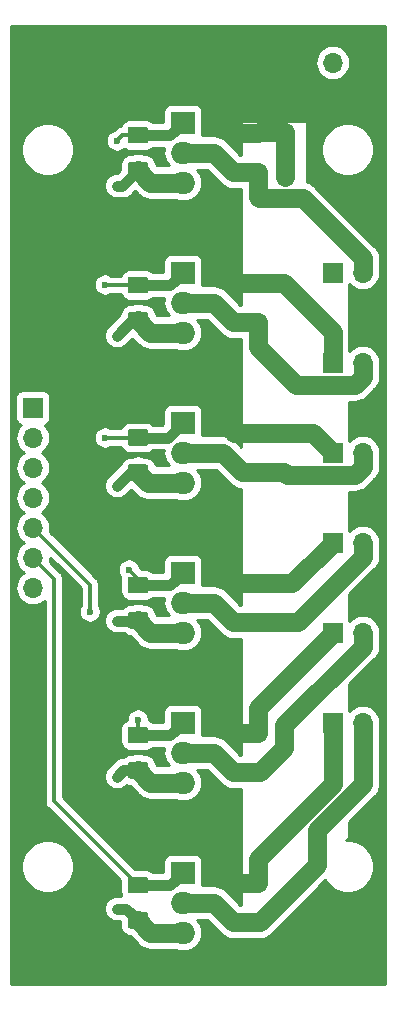
<source format=gbr>
G04 #@! TF.GenerationSoftware,KiCad,Pcbnew,(5.1.4)-1*
G04 #@! TF.CreationDate,2020-11-11T12:39:36-07:00*
G04 #@! TF.ProjectId,ABSIS_Solenoid_Driver_Accessory,41425349-535f-4536-9f6c-656e6f69645f,1*
G04 #@! TF.SameCoordinates,Original*
G04 #@! TF.FileFunction,Copper,L1,Top*
G04 #@! TF.FilePolarity,Positive*
%FSLAX46Y46*%
G04 Gerber Fmt 4.6, Leading zero omitted, Abs format (unit mm)*
G04 Created by KiCad (PCBNEW (5.1.4)-1) date 2020-11-11 12:39:36*
%MOMM*%
%LPD*%
G04 APERTURE LIST*
%ADD10R,1.200000X0.900000*%
%ADD11R,1.700000X1.700000*%
%ADD12O,1.700000X1.700000*%
%ADD13O,2.000000X1.905000*%
%ADD14R,2.000000X1.905000*%
%ADD15C,0.100000*%
%ADD16C,1.425000*%
%ADD17C,0.600000*%
%ADD18C,1.500000*%
%ADD19C,1.625600*%
%ADD20C,0.914400*%
%ADD21C,0.304800*%
%ADD22C,0.254000*%
G04 APERTURE END LIST*
D10*
X152400000Y-61340000D03*
X152400000Y-58040000D03*
X152400000Y-74040000D03*
X152400000Y-70740000D03*
X152400000Y-86740000D03*
X152400000Y-83440000D03*
X152400000Y-96140000D03*
X152400000Y-99440000D03*
X152400000Y-108840000D03*
X152400000Y-112140000D03*
X152400000Y-121540000D03*
X152400000Y-124840000D03*
D11*
X156210000Y-52070000D03*
D12*
X158750000Y-52070000D03*
D11*
X133350000Y-81280000D03*
D12*
X133350000Y-83820000D03*
X133350000Y-86360000D03*
X133350000Y-88900000D03*
X133350000Y-91440000D03*
X133350000Y-93980000D03*
X133350000Y-96520000D03*
X161290000Y-69850000D03*
D11*
X158750000Y-69850000D03*
X158750000Y-77470000D03*
D12*
X161290000Y-77470000D03*
X161290000Y-85090000D03*
D11*
X158750000Y-85090000D03*
X158750000Y-92710000D03*
D12*
X161290000Y-92710000D03*
X161290000Y-100330000D03*
D11*
X158750000Y-100330000D03*
X158750000Y-107950000D03*
D12*
X161290000Y-107950000D03*
D13*
X146050000Y-62230000D03*
X146050000Y-59690000D03*
D14*
X146050000Y-57150000D03*
D13*
X146050000Y-74930000D03*
X146050000Y-72390000D03*
D14*
X146050000Y-69850000D03*
X146050000Y-82550000D03*
D13*
X146050000Y-85090000D03*
X146050000Y-87630000D03*
X146050000Y-100330000D03*
X146050000Y-97790000D03*
D14*
X146050000Y-95250000D03*
X146050000Y-107950000D03*
D13*
X146050000Y-110490000D03*
X146050000Y-113030000D03*
D14*
X146050000Y-120650000D03*
D13*
X146050000Y-123190000D03*
X146050000Y-125730000D03*
D15*
G36*
X142889504Y-57491204D02*
G01*
X142913773Y-57494804D01*
X142937571Y-57500765D01*
X142960671Y-57509030D01*
X142982849Y-57519520D01*
X143003893Y-57532133D01*
X143023598Y-57546747D01*
X143041777Y-57563223D01*
X143058253Y-57581402D01*
X143072867Y-57601107D01*
X143085480Y-57622151D01*
X143095970Y-57644329D01*
X143104235Y-57667429D01*
X143110196Y-57691227D01*
X143113796Y-57715496D01*
X143115000Y-57740000D01*
X143115000Y-58665000D01*
X143113796Y-58689504D01*
X143110196Y-58713773D01*
X143104235Y-58737571D01*
X143095970Y-58760671D01*
X143085480Y-58782849D01*
X143072867Y-58803893D01*
X143058253Y-58823598D01*
X143041777Y-58841777D01*
X143023598Y-58858253D01*
X143003893Y-58872867D01*
X142982849Y-58885480D01*
X142960671Y-58895970D01*
X142937571Y-58904235D01*
X142913773Y-58910196D01*
X142889504Y-58913796D01*
X142865000Y-58915000D01*
X141615000Y-58915000D01*
X141590496Y-58913796D01*
X141566227Y-58910196D01*
X141542429Y-58904235D01*
X141519329Y-58895970D01*
X141497151Y-58885480D01*
X141476107Y-58872867D01*
X141456402Y-58858253D01*
X141438223Y-58841777D01*
X141421747Y-58823598D01*
X141407133Y-58803893D01*
X141394520Y-58782849D01*
X141384030Y-58760671D01*
X141375765Y-58737571D01*
X141369804Y-58713773D01*
X141366204Y-58689504D01*
X141365000Y-58665000D01*
X141365000Y-57740000D01*
X141366204Y-57715496D01*
X141369804Y-57691227D01*
X141375765Y-57667429D01*
X141384030Y-57644329D01*
X141394520Y-57622151D01*
X141407133Y-57601107D01*
X141421747Y-57581402D01*
X141438223Y-57563223D01*
X141456402Y-57546747D01*
X141476107Y-57532133D01*
X141497151Y-57519520D01*
X141519329Y-57509030D01*
X141542429Y-57500765D01*
X141566227Y-57494804D01*
X141590496Y-57491204D01*
X141615000Y-57490000D01*
X142865000Y-57490000D01*
X142889504Y-57491204D01*
X142889504Y-57491204D01*
G37*
D16*
X142240000Y-58202500D03*
D15*
G36*
X142889504Y-60466204D02*
G01*
X142913773Y-60469804D01*
X142937571Y-60475765D01*
X142960671Y-60484030D01*
X142982849Y-60494520D01*
X143003893Y-60507133D01*
X143023598Y-60521747D01*
X143041777Y-60538223D01*
X143058253Y-60556402D01*
X143072867Y-60576107D01*
X143085480Y-60597151D01*
X143095970Y-60619329D01*
X143104235Y-60642429D01*
X143110196Y-60666227D01*
X143113796Y-60690496D01*
X143115000Y-60715000D01*
X143115000Y-61640000D01*
X143113796Y-61664504D01*
X143110196Y-61688773D01*
X143104235Y-61712571D01*
X143095970Y-61735671D01*
X143085480Y-61757849D01*
X143072867Y-61778893D01*
X143058253Y-61798598D01*
X143041777Y-61816777D01*
X143023598Y-61833253D01*
X143003893Y-61847867D01*
X142982849Y-61860480D01*
X142960671Y-61870970D01*
X142937571Y-61879235D01*
X142913773Y-61885196D01*
X142889504Y-61888796D01*
X142865000Y-61890000D01*
X141615000Y-61890000D01*
X141590496Y-61888796D01*
X141566227Y-61885196D01*
X141542429Y-61879235D01*
X141519329Y-61870970D01*
X141497151Y-61860480D01*
X141476107Y-61847867D01*
X141456402Y-61833253D01*
X141438223Y-61816777D01*
X141421747Y-61798598D01*
X141407133Y-61778893D01*
X141394520Y-61757849D01*
X141384030Y-61735671D01*
X141375765Y-61712571D01*
X141369804Y-61688773D01*
X141366204Y-61664504D01*
X141365000Y-61640000D01*
X141365000Y-60715000D01*
X141366204Y-60690496D01*
X141369804Y-60666227D01*
X141375765Y-60642429D01*
X141384030Y-60619329D01*
X141394520Y-60597151D01*
X141407133Y-60576107D01*
X141421747Y-60556402D01*
X141438223Y-60538223D01*
X141456402Y-60521747D01*
X141476107Y-60507133D01*
X141497151Y-60494520D01*
X141519329Y-60484030D01*
X141542429Y-60475765D01*
X141566227Y-60469804D01*
X141590496Y-60466204D01*
X141615000Y-60465000D01*
X142865000Y-60465000D01*
X142889504Y-60466204D01*
X142889504Y-60466204D01*
G37*
D16*
X142240000Y-61177500D03*
D15*
G36*
X142889504Y-73166204D02*
G01*
X142913773Y-73169804D01*
X142937571Y-73175765D01*
X142960671Y-73184030D01*
X142982849Y-73194520D01*
X143003893Y-73207133D01*
X143023598Y-73221747D01*
X143041777Y-73238223D01*
X143058253Y-73256402D01*
X143072867Y-73276107D01*
X143085480Y-73297151D01*
X143095970Y-73319329D01*
X143104235Y-73342429D01*
X143110196Y-73366227D01*
X143113796Y-73390496D01*
X143115000Y-73415000D01*
X143115000Y-74340000D01*
X143113796Y-74364504D01*
X143110196Y-74388773D01*
X143104235Y-74412571D01*
X143095970Y-74435671D01*
X143085480Y-74457849D01*
X143072867Y-74478893D01*
X143058253Y-74498598D01*
X143041777Y-74516777D01*
X143023598Y-74533253D01*
X143003893Y-74547867D01*
X142982849Y-74560480D01*
X142960671Y-74570970D01*
X142937571Y-74579235D01*
X142913773Y-74585196D01*
X142889504Y-74588796D01*
X142865000Y-74590000D01*
X141615000Y-74590000D01*
X141590496Y-74588796D01*
X141566227Y-74585196D01*
X141542429Y-74579235D01*
X141519329Y-74570970D01*
X141497151Y-74560480D01*
X141476107Y-74547867D01*
X141456402Y-74533253D01*
X141438223Y-74516777D01*
X141421747Y-74498598D01*
X141407133Y-74478893D01*
X141394520Y-74457849D01*
X141384030Y-74435671D01*
X141375765Y-74412571D01*
X141369804Y-74388773D01*
X141366204Y-74364504D01*
X141365000Y-74340000D01*
X141365000Y-73415000D01*
X141366204Y-73390496D01*
X141369804Y-73366227D01*
X141375765Y-73342429D01*
X141384030Y-73319329D01*
X141394520Y-73297151D01*
X141407133Y-73276107D01*
X141421747Y-73256402D01*
X141438223Y-73238223D01*
X141456402Y-73221747D01*
X141476107Y-73207133D01*
X141497151Y-73194520D01*
X141519329Y-73184030D01*
X141542429Y-73175765D01*
X141566227Y-73169804D01*
X141590496Y-73166204D01*
X141615000Y-73165000D01*
X142865000Y-73165000D01*
X142889504Y-73166204D01*
X142889504Y-73166204D01*
G37*
D16*
X142240000Y-73877500D03*
D15*
G36*
X142889504Y-70191204D02*
G01*
X142913773Y-70194804D01*
X142937571Y-70200765D01*
X142960671Y-70209030D01*
X142982849Y-70219520D01*
X143003893Y-70232133D01*
X143023598Y-70246747D01*
X143041777Y-70263223D01*
X143058253Y-70281402D01*
X143072867Y-70301107D01*
X143085480Y-70322151D01*
X143095970Y-70344329D01*
X143104235Y-70367429D01*
X143110196Y-70391227D01*
X143113796Y-70415496D01*
X143115000Y-70440000D01*
X143115000Y-71365000D01*
X143113796Y-71389504D01*
X143110196Y-71413773D01*
X143104235Y-71437571D01*
X143095970Y-71460671D01*
X143085480Y-71482849D01*
X143072867Y-71503893D01*
X143058253Y-71523598D01*
X143041777Y-71541777D01*
X143023598Y-71558253D01*
X143003893Y-71572867D01*
X142982849Y-71585480D01*
X142960671Y-71595970D01*
X142937571Y-71604235D01*
X142913773Y-71610196D01*
X142889504Y-71613796D01*
X142865000Y-71615000D01*
X141615000Y-71615000D01*
X141590496Y-71613796D01*
X141566227Y-71610196D01*
X141542429Y-71604235D01*
X141519329Y-71595970D01*
X141497151Y-71585480D01*
X141476107Y-71572867D01*
X141456402Y-71558253D01*
X141438223Y-71541777D01*
X141421747Y-71523598D01*
X141407133Y-71503893D01*
X141394520Y-71482849D01*
X141384030Y-71460671D01*
X141375765Y-71437571D01*
X141369804Y-71413773D01*
X141366204Y-71389504D01*
X141365000Y-71365000D01*
X141365000Y-70440000D01*
X141366204Y-70415496D01*
X141369804Y-70391227D01*
X141375765Y-70367429D01*
X141384030Y-70344329D01*
X141394520Y-70322151D01*
X141407133Y-70301107D01*
X141421747Y-70281402D01*
X141438223Y-70263223D01*
X141456402Y-70246747D01*
X141476107Y-70232133D01*
X141497151Y-70219520D01*
X141519329Y-70209030D01*
X141542429Y-70200765D01*
X141566227Y-70194804D01*
X141590496Y-70191204D01*
X141615000Y-70190000D01*
X142865000Y-70190000D01*
X142889504Y-70191204D01*
X142889504Y-70191204D01*
G37*
D16*
X142240000Y-70902500D03*
D15*
G36*
X142889504Y-83108704D02*
G01*
X142913773Y-83112304D01*
X142937571Y-83118265D01*
X142960671Y-83126530D01*
X142982849Y-83137020D01*
X143003893Y-83149633D01*
X143023598Y-83164247D01*
X143041777Y-83180723D01*
X143058253Y-83198902D01*
X143072867Y-83218607D01*
X143085480Y-83239651D01*
X143095970Y-83261829D01*
X143104235Y-83284929D01*
X143110196Y-83308727D01*
X143113796Y-83332996D01*
X143115000Y-83357500D01*
X143115000Y-84282500D01*
X143113796Y-84307004D01*
X143110196Y-84331273D01*
X143104235Y-84355071D01*
X143095970Y-84378171D01*
X143085480Y-84400349D01*
X143072867Y-84421393D01*
X143058253Y-84441098D01*
X143041777Y-84459277D01*
X143023598Y-84475753D01*
X143003893Y-84490367D01*
X142982849Y-84502980D01*
X142960671Y-84513470D01*
X142937571Y-84521735D01*
X142913773Y-84527696D01*
X142889504Y-84531296D01*
X142865000Y-84532500D01*
X141615000Y-84532500D01*
X141590496Y-84531296D01*
X141566227Y-84527696D01*
X141542429Y-84521735D01*
X141519329Y-84513470D01*
X141497151Y-84502980D01*
X141476107Y-84490367D01*
X141456402Y-84475753D01*
X141438223Y-84459277D01*
X141421747Y-84441098D01*
X141407133Y-84421393D01*
X141394520Y-84400349D01*
X141384030Y-84378171D01*
X141375765Y-84355071D01*
X141369804Y-84331273D01*
X141366204Y-84307004D01*
X141365000Y-84282500D01*
X141365000Y-83357500D01*
X141366204Y-83332996D01*
X141369804Y-83308727D01*
X141375765Y-83284929D01*
X141384030Y-83261829D01*
X141394520Y-83239651D01*
X141407133Y-83218607D01*
X141421747Y-83198902D01*
X141438223Y-83180723D01*
X141456402Y-83164247D01*
X141476107Y-83149633D01*
X141497151Y-83137020D01*
X141519329Y-83126530D01*
X141542429Y-83118265D01*
X141566227Y-83112304D01*
X141590496Y-83108704D01*
X141615000Y-83107500D01*
X142865000Y-83107500D01*
X142889504Y-83108704D01*
X142889504Y-83108704D01*
G37*
D16*
X142240000Y-83820000D03*
D15*
G36*
X142889504Y-86083704D02*
G01*
X142913773Y-86087304D01*
X142937571Y-86093265D01*
X142960671Y-86101530D01*
X142982849Y-86112020D01*
X143003893Y-86124633D01*
X143023598Y-86139247D01*
X143041777Y-86155723D01*
X143058253Y-86173902D01*
X143072867Y-86193607D01*
X143085480Y-86214651D01*
X143095970Y-86236829D01*
X143104235Y-86259929D01*
X143110196Y-86283727D01*
X143113796Y-86307996D01*
X143115000Y-86332500D01*
X143115000Y-87257500D01*
X143113796Y-87282004D01*
X143110196Y-87306273D01*
X143104235Y-87330071D01*
X143095970Y-87353171D01*
X143085480Y-87375349D01*
X143072867Y-87396393D01*
X143058253Y-87416098D01*
X143041777Y-87434277D01*
X143023598Y-87450753D01*
X143003893Y-87465367D01*
X142982849Y-87477980D01*
X142960671Y-87488470D01*
X142937571Y-87496735D01*
X142913773Y-87502696D01*
X142889504Y-87506296D01*
X142865000Y-87507500D01*
X141615000Y-87507500D01*
X141590496Y-87506296D01*
X141566227Y-87502696D01*
X141542429Y-87496735D01*
X141519329Y-87488470D01*
X141497151Y-87477980D01*
X141476107Y-87465367D01*
X141456402Y-87450753D01*
X141438223Y-87434277D01*
X141421747Y-87416098D01*
X141407133Y-87396393D01*
X141394520Y-87375349D01*
X141384030Y-87353171D01*
X141375765Y-87330071D01*
X141369804Y-87306273D01*
X141366204Y-87282004D01*
X141365000Y-87257500D01*
X141365000Y-86332500D01*
X141366204Y-86307996D01*
X141369804Y-86283727D01*
X141375765Y-86259929D01*
X141384030Y-86236829D01*
X141394520Y-86214651D01*
X141407133Y-86193607D01*
X141421747Y-86173902D01*
X141438223Y-86155723D01*
X141456402Y-86139247D01*
X141476107Y-86124633D01*
X141497151Y-86112020D01*
X141519329Y-86101530D01*
X141542429Y-86093265D01*
X141566227Y-86087304D01*
X141590496Y-86083704D01*
X141615000Y-86082500D01*
X142865000Y-86082500D01*
X142889504Y-86083704D01*
X142889504Y-86083704D01*
G37*
D16*
X142240000Y-86795000D03*
D15*
G36*
X142889504Y-98566204D02*
G01*
X142913773Y-98569804D01*
X142937571Y-98575765D01*
X142960671Y-98584030D01*
X142982849Y-98594520D01*
X143003893Y-98607133D01*
X143023598Y-98621747D01*
X143041777Y-98638223D01*
X143058253Y-98656402D01*
X143072867Y-98676107D01*
X143085480Y-98697151D01*
X143095970Y-98719329D01*
X143104235Y-98742429D01*
X143110196Y-98766227D01*
X143113796Y-98790496D01*
X143115000Y-98815000D01*
X143115000Y-99740000D01*
X143113796Y-99764504D01*
X143110196Y-99788773D01*
X143104235Y-99812571D01*
X143095970Y-99835671D01*
X143085480Y-99857849D01*
X143072867Y-99878893D01*
X143058253Y-99898598D01*
X143041777Y-99916777D01*
X143023598Y-99933253D01*
X143003893Y-99947867D01*
X142982849Y-99960480D01*
X142960671Y-99970970D01*
X142937571Y-99979235D01*
X142913773Y-99985196D01*
X142889504Y-99988796D01*
X142865000Y-99990000D01*
X141615000Y-99990000D01*
X141590496Y-99988796D01*
X141566227Y-99985196D01*
X141542429Y-99979235D01*
X141519329Y-99970970D01*
X141497151Y-99960480D01*
X141476107Y-99947867D01*
X141456402Y-99933253D01*
X141438223Y-99916777D01*
X141421747Y-99898598D01*
X141407133Y-99878893D01*
X141394520Y-99857849D01*
X141384030Y-99835671D01*
X141375765Y-99812571D01*
X141369804Y-99788773D01*
X141366204Y-99764504D01*
X141365000Y-99740000D01*
X141365000Y-98815000D01*
X141366204Y-98790496D01*
X141369804Y-98766227D01*
X141375765Y-98742429D01*
X141384030Y-98719329D01*
X141394520Y-98697151D01*
X141407133Y-98676107D01*
X141421747Y-98656402D01*
X141438223Y-98638223D01*
X141456402Y-98621747D01*
X141476107Y-98607133D01*
X141497151Y-98594520D01*
X141519329Y-98584030D01*
X141542429Y-98575765D01*
X141566227Y-98569804D01*
X141590496Y-98566204D01*
X141615000Y-98565000D01*
X142865000Y-98565000D01*
X142889504Y-98566204D01*
X142889504Y-98566204D01*
G37*
D16*
X142240000Y-99277500D03*
D15*
G36*
X142889504Y-95591204D02*
G01*
X142913773Y-95594804D01*
X142937571Y-95600765D01*
X142960671Y-95609030D01*
X142982849Y-95619520D01*
X143003893Y-95632133D01*
X143023598Y-95646747D01*
X143041777Y-95663223D01*
X143058253Y-95681402D01*
X143072867Y-95701107D01*
X143085480Y-95722151D01*
X143095970Y-95744329D01*
X143104235Y-95767429D01*
X143110196Y-95791227D01*
X143113796Y-95815496D01*
X143115000Y-95840000D01*
X143115000Y-96765000D01*
X143113796Y-96789504D01*
X143110196Y-96813773D01*
X143104235Y-96837571D01*
X143095970Y-96860671D01*
X143085480Y-96882849D01*
X143072867Y-96903893D01*
X143058253Y-96923598D01*
X143041777Y-96941777D01*
X143023598Y-96958253D01*
X143003893Y-96972867D01*
X142982849Y-96985480D01*
X142960671Y-96995970D01*
X142937571Y-97004235D01*
X142913773Y-97010196D01*
X142889504Y-97013796D01*
X142865000Y-97015000D01*
X141615000Y-97015000D01*
X141590496Y-97013796D01*
X141566227Y-97010196D01*
X141542429Y-97004235D01*
X141519329Y-96995970D01*
X141497151Y-96985480D01*
X141476107Y-96972867D01*
X141456402Y-96958253D01*
X141438223Y-96941777D01*
X141421747Y-96923598D01*
X141407133Y-96903893D01*
X141394520Y-96882849D01*
X141384030Y-96860671D01*
X141375765Y-96837571D01*
X141369804Y-96813773D01*
X141366204Y-96789504D01*
X141365000Y-96765000D01*
X141365000Y-95840000D01*
X141366204Y-95815496D01*
X141369804Y-95791227D01*
X141375765Y-95767429D01*
X141384030Y-95744329D01*
X141394520Y-95722151D01*
X141407133Y-95701107D01*
X141421747Y-95681402D01*
X141438223Y-95663223D01*
X141456402Y-95646747D01*
X141476107Y-95632133D01*
X141497151Y-95619520D01*
X141519329Y-95609030D01*
X141542429Y-95600765D01*
X141566227Y-95594804D01*
X141590496Y-95591204D01*
X141615000Y-95590000D01*
X142865000Y-95590000D01*
X142889504Y-95591204D01*
X142889504Y-95591204D01*
G37*
D16*
X142240000Y-96302500D03*
D15*
G36*
X142889504Y-108291204D02*
G01*
X142913773Y-108294804D01*
X142937571Y-108300765D01*
X142960671Y-108309030D01*
X142982849Y-108319520D01*
X143003893Y-108332133D01*
X143023598Y-108346747D01*
X143041777Y-108363223D01*
X143058253Y-108381402D01*
X143072867Y-108401107D01*
X143085480Y-108422151D01*
X143095970Y-108444329D01*
X143104235Y-108467429D01*
X143110196Y-108491227D01*
X143113796Y-108515496D01*
X143115000Y-108540000D01*
X143115000Y-109465000D01*
X143113796Y-109489504D01*
X143110196Y-109513773D01*
X143104235Y-109537571D01*
X143095970Y-109560671D01*
X143085480Y-109582849D01*
X143072867Y-109603893D01*
X143058253Y-109623598D01*
X143041777Y-109641777D01*
X143023598Y-109658253D01*
X143003893Y-109672867D01*
X142982849Y-109685480D01*
X142960671Y-109695970D01*
X142937571Y-109704235D01*
X142913773Y-109710196D01*
X142889504Y-109713796D01*
X142865000Y-109715000D01*
X141615000Y-109715000D01*
X141590496Y-109713796D01*
X141566227Y-109710196D01*
X141542429Y-109704235D01*
X141519329Y-109695970D01*
X141497151Y-109685480D01*
X141476107Y-109672867D01*
X141456402Y-109658253D01*
X141438223Y-109641777D01*
X141421747Y-109623598D01*
X141407133Y-109603893D01*
X141394520Y-109582849D01*
X141384030Y-109560671D01*
X141375765Y-109537571D01*
X141369804Y-109513773D01*
X141366204Y-109489504D01*
X141365000Y-109465000D01*
X141365000Y-108540000D01*
X141366204Y-108515496D01*
X141369804Y-108491227D01*
X141375765Y-108467429D01*
X141384030Y-108444329D01*
X141394520Y-108422151D01*
X141407133Y-108401107D01*
X141421747Y-108381402D01*
X141438223Y-108363223D01*
X141456402Y-108346747D01*
X141476107Y-108332133D01*
X141497151Y-108319520D01*
X141519329Y-108309030D01*
X141542429Y-108300765D01*
X141566227Y-108294804D01*
X141590496Y-108291204D01*
X141615000Y-108290000D01*
X142865000Y-108290000D01*
X142889504Y-108291204D01*
X142889504Y-108291204D01*
G37*
D16*
X142240000Y-109002500D03*
D15*
G36*
X142889504Y-111266204D02*
G01*
X142913773Y-111269804D01*
X142937571Y-111275765D01*
X142960671Y-111284030D01*
X142982849Y-111294520D01*
X143003893Y-111307133D01*
X143023598Y-111321747D01*
X143041777Y-111338223D01*
X143058253Y-111356402D01*
X143072867Y-111376107D01*
X143085480Y-111397151D01*
X143095970Y-111419329D01*
X143104235Y-111442429D01*
X143110196Y-111466227D01*
X143113796Y-111490496D01*
X143115000Y-111515000D01*
X143115000Y-112440000D01*
X143113796Y-112464504D01*
X143110196Y-112488773D01*
X143104235Y-112512571D01*
X143095970Y-112535671D01*
X143085480Y-112557849D01*
X143072867Y-112578893D01*
X143058253Y-112598598D01*
X143041777Y-112616777D01*
X143023598Y-112633253D01*
X143003893Y-112647867D01*
X142982849Y-112660480D01*
X142960671Y-112670970D01*
X142937571Y-112679235D01*
X142913773Y-112685196D01*
X142889504Y-112688796D01*
X142865000Y-112690000D01*
X141615000Y-112690000D01*
X141590496Y-112688796D01*
X141566227Y-112685196D01*
X141542429Y-112679235D01*
X141519329Y-112670970D01*
X141497151Y-112660480D01*
X141476107Y-112647867D01*
X141456402Y-112633253D01*
X141438223Y-112616777D01*
X141421747Y-112598598D01*
X141407133Y-112578893D01*
X141394520Y-112557849D01*
X141384030Y-112535671D01*
X141375765Y-112512571D01*
X141369804Y-112488773D01*
X141366204Y-112464504D01*
X141365000Y-112440000D01*
X141365000Y-111515000D01*
X141366204Y-111490496D01*
X141369804Y-111466227D01*
X141375765Y-111442429D01*
X141384030Y-111419329D01*
X141394520Y-111397151D01*
X141407133Y-111376107D01*
X141421747Y-111356402D01*
X141438223Y-111338223D01*
X141456402Y-111321747D01*
X141476107Y-111307133D01*
X141497151Y-111294520D01*
X141519329Y-111284030D01*
X141542429Y-111275765D01*
X141566227Y-111269804D01*
X141590496Y-111266204D01*
X141615000Y-111265000D01*
X142865000Y-111265000D01*
X142889504Y-111266204D01*
X142889504Y-111266204D01*
G37*
D16*
X142240000Y-111977500D03*
D15*
G36*
X142889504Y-123966204D02*
G01*
X142913773Y-123969804D01*
X142937571Y-123975765D01*
X142960671Y-123984030D01*
X142982849Y-123994520D01*
X143003893Y-124007133D01*
X143023598Y-124021747D01*
X143041777Y-124038223D01*
X143058253Y-124056402D01*
X143072867Y-124076107D01*
X143085480Y-124097151D01*
X143095970Y-124119329D01*
X143104235Y-124142429D01*
X143110196Y-124166227D01*
X143113796Y-124190496D01*
X143115000Y-124215000D01*
X143115000Y-125140000D01*
X143113796Y-125164504D01*
X143110196Y-125188773D01*
X143104235Y-125212571D01*
X143095970Y-125235671D01*
X143085480Y-125257849D01*
X143072867Y-125278893D01*
X143058253Y-125298598D01*
X143041777Y-125316777D01*
X143023598Y-125333253D01*
X143003893Y-125347867D01*
X142982849Y-125360480D01*
X142960671Y-125370970D01*
X142937571Y-125379235D01*
X142913773Y-125385196D01*
X142889504Y-125388796D01*
X142865000Y-125390000D01*
X141615000Y-125390000D01*
X141590496Y-125388796D01*
X141566227Y-125385196D01*
X141542429Y-125379235D01*
X141519329Y-125370970D01*
X141497151Y-125360480D01*
X141476107Y-125347867D01*
X141456402Y-125333253D01*
X141438223Y-125316777D01*
X141421747Y-125298598D01*
X141407133Y-125278893D01*
X141394520Y-125257849D01*
X141384030Y-125235671D01*
X141375765Y-125212571D01*
X141369804Y-125188773D01*
X141366204Y-125164504D01*
X141365000Y-125140000D01*
X141365000Y-124215000D01*
X141366204Y-124190496D01*
X141369804Y-124166227D01*
X141375765Y-124142429D01*
X141384030Y-124119329D01*
X141394520Y-124097151D01*
X141407133Y-124076107D01*
X141421747Y-124056402D01*
X141438223Y-124038223D01*
X141456402Y-124021747D01*
X141476107Y-124007133D01*
X141497151Y-123994520D01*
X141519329Y-123984030D01*
X141542429Y-123975765D01*
X141566227Y-123969804D01*
X141590496Y-123966204D01*
X141615000Y-123965000D01*
X142865000Y-123965000D01*
X142889504Y-123966204D01*
X142889504Y-123966204D01*
G37*
D16*
X142240000Y-124677500D03*
D15*
G36*
X142889504Y-120991204D02*
G01*
X142913773Y-120994804D01*
X142937571Y-121000765D01*
X142960671Y-121009030D01*
X142982849Y-121019520D01*
X143003893Y-121032133D01*
X143023598Y-121046747D01*
X143041777Y-121063223D01*
X143058253Y-121081402D01*
X143072867Y-121101107D01*
X143085480Y-121122151D01*
X143095970Y-121144329D01*
X143104235Y-121167429D01*
X143110196Y-121191227D01*
X143113796Y-121215496D01*
X143115000Y-121240000D01*
X143115000Y-122165000D01*
X143113796Y-122189504D01*
X143110196Y-122213773D01*
X143104235Y-122237571D01*
X143095970Y-122260671D01*
X143085480Y-122282849D01*
X143072867Y-122303893D01*
X143058253Y-122323598D01*
X143041777Y-122341777D01*
X143023598Y-122358253D01*
X143003893Y-122372867D01*
X142982849Y-122385480D01*
X142960671Y-122395970D01*
X142937571Y-122404235D01*
X142913773Y-122410196D01*
X142889504Y-122413796D01*
X142865000Y-122415000D01*
X141615000Y-122415000D01*
X141590496Y-122413796D01*
X141566227Y-122410196D01*
X141542429Y-122404235D01*
X141519329Y-122395970D01*
X141497151Y-122385480D01*
X141476107Y-122372867D01*
X141456402Y-122358253D01*
X141438223Y-122341777D01*
X141421747Y-122323598D01*
X141407133Y-122303893D01*
X141394520Y-122282849D01*
X141384030Y-122260671D01*
X141375765Y-122237571D01*
X141369804Y-122213773D01*
X141366204Y-122189504D01*
X141365000Y-122165000D01*
X141365000Y-121240000D01*
X141366204Y-121215496D01*
X141369804Y-121191227D01*
X141375765Y-121167429D01*
X141384030Y-121144329D01*
X141394520Y-121122151D01*
X141407133Y-121101107D01*
X141421747Y-121081402D01*
X141438223Y-121063223D01*
X141456402Y-121046747D01*
X141476107Y-121032133D01*
X141497151Y-121019520D01*
X141519329Y-121009030D01*
X141542429Y-121000765D01*
X141566227Y-120994804D01*
X141590496Y-120991204D01*
X141615000Y-120990000D01*
X142865000Y-120990000D01*
X142889504Y-120991204D01*
X142889504Y-120991204D01*
G37*
D16*
X142240000Y-121702500D03*
D17*
X140462000Y-99314000D03*
X140462000Y-62484000D03*
X140462000Y-75184000D03*
X140462000Y-87884000D03*
X140462000Y-123698000D03*
X140462000Y-112522000D03*
D18*
X154686000Y-57912000D03*
X154686000Y-61722000D03*
X154686000Y-59944000D03*
D17*
X140462000Y-58674000D03*
X139446000Y-70866000D03*
X139446000Y-83820000D03*
X141478000Y-94996000D03*
X142240000Y-107696000D03*
X138176000Y-98552000D03*
D19*
X143292500Y-125730000D02*
X142240000Y-124677500D01*
X146050000Y-125730000D02*
X143292500Y-125730000D01*
X143292500Y-113030000D02*
X142240000Y-111977500D01*
X146050000Y-113030000D02*
X143292500Y-113030000D01*
X143292500Y-100330000D02*
X142240000Y-99277500D01*
X146050000Y-100330000D02*
X143292500Y-100330000D01*
X143075000Y-87630000D02*
X142240000Y-86795000D01*
X146050000Y-87630000D02*
X143075000Y-87630000D01*
X143292500Y-74930000D02*
X142240000Y-73877500D01*
X146050000Y-74930000D02*
X143292500Y-74930000D01*
X143292500Y-62230000D02*
X142240000Y-61177500D01*
X146050000Y-62230000D02*
X143292500Y-62230000D01*
D20*
X142203500Y-99314000D02*
X142240000Y-99277500D01*
X140462000Y-99314000D02*
X142203500Y-99314000D01*
X140933500Y-62484000D02*
X142240000Y-61177500D01*
X140462000Y-62484000D02*
X140933500Y-62484000D01*
X141768500Y-73877500D02*
X140462000Y-75184000D01*
X142240000Y-73877500D02*
X141768500Y-73877500D01*
X141551000Y-86795000D02*
X140462000Y-87884000D01*
X142240000Y-86795000D02*
X141551000Y-86795000D01*
X141260500Y-123698000D02*
X142240000Y-124677500D01*
X140462000Y-123698000D02*
X141260500Y-123698000D01*
X141006500Y-111977500D02*
X140462000Y-112522000D01*
X142240000Y-111977500D02*
X141006500Y-111977500D01*
D19*
X152532011Y-63547611D02*
X156189692Y-63547611D01*
X152400000Y-61340000D02*
X152400000Y-63415600D01*
X152400000Y-63415600D02*
X152532011Y-63547611D01*
X161290000Y-68647919D02*
X161290000Y-69850000D01*
X156189692Y-63547611D02*
X161290000Y-68647919D01*
X146050000Y-59690000D02*
X148675600Y-59690000D01*
X150325600Y-61340000D02*
X152400000Y-61340000D01*
X148675600Y-59690000D02*
X150325600Y-61340000D01*
X152528000Y-57912000D02*
X152400000Y-58040000D01*
X154686000Y-57912000D02*
X152528000Y-57912000D01*
X154686000Y-57912000D02*
X154686000Y-59944000D01*
X154686000Y-61722000D02*
X154686000Y-61722000D01*
X154686000Y-59944000D02*
X154686000Y-61722000D01*
X155320000Y-96140000D02*
X158750000Y-92710000D01*
X152400000Y-96140000D02*
X155320000Y-96140000D01*
X152400000Y-106680000D02*
X158750000Y-100330000D01*
X152400000Y-108840000D02*
X152400000Y-106680000D01*
X158750000Y-113114400D02*
X158750000Y-110425600D01*
X152400000Y-119464400D02*
X158750000Y-113114400D01*
X152400000Y-121540000D02*
X152400000Y-119464400D01*
X158750000Y-110425600D02*
X158750000Y-107950000D01*
X157100000Y-83440000D02*
X158750000Y-85090000D01*
X152400000Y-83440000D02*
X157100000Y-83440000D01*
X152400000Y-121540000D02*
X150496000Y-121540000D01*
X150496000Y-121540000D02*
X150368000Y-121412000D01*
X150368000Y-121412000D02*
X150368000Y-121412000D01*
X152400000Y-70740000D02*
X154625600Y-70740000D01*
X158750000Y-74864400D02*
X158750000Y-77470000D01*
X154625600Y-70740000D02*
X158750000Y-74864400D01*
X152400000Y-58040000D02*
X150496000Y-58040000D01*
X152400000Y-70740000D02*
X150114000Y-70740000D01*
X152400000Y-83440000D02*
X150368000Y-83440000D01*
X152400000Y-108840000D02*
X150114000Y-108840000D01*
X152400000Y-96140000D02*
X150368000Y-96140000D01*
X146050000Y-72390000D02*
X148675600Y-72390000D01*
X150325600Y-74040000D02*
X152400000Y-74040000D01*
X148675600Y-72390000D02*
X150325600Y-74040000D01*
X161290000Y-78672081D02*
X161290000Y-77470000D01*
X160629280Y-79332801D02*
X161290000Y-78672081D01*
X155617201Y-79332801D02*
X160629280Y-79332801D01*
X152400000Y-76115600D02*
X155617201Y-79332801D01*
X152400000Y-74040000D02*
X152400000Y-76115600D01*
X161290000Y-86292081D02*
X161290000Y-85090000D01*
X160629280Y-86952801D02*
X161290000Y-86292081D01*
X154838401Y-86952801D02*
X160629280Y-86952801D01*
X154625600Y-86740000D02*
X154838401Y-86952801D01*
X152400000Y-86740000D02*
X154625600Y-86740000D01*
X146050000Y-85090000D02*
X149436197Y-85090000D01*
X151086197Y-86740000D02*
X152400000Y-86740000D01*
X149436197Y-85090000D02*
X151086197Y-86740000D01*
X161290000Y-93912081D02*
X161290000Y-92710000D01*
X155762081Y-99440000D02*
X161290000Y-93912081D01*
X152400000Y-99440000D02*
X155762081Y-99440000D01*
X146050000Y-97790000D02*
X148675600Y-97790000D01*
X150325600Y-99440000D02*
X152400000Y-99440000D01*
X148675600Y-97790000D02*
X150325600Y-99440000D01*
X161290000Y-101532081D02*
X161290000Y-100330000D01*
X154625600Y-108196481D02*
X161290000Y-101532081D01*
X154625600Y-110064400D02*
X154625600Y-108196481D01*
X152550000Y-112140000D02*
X154625600Y-110064400D01*
X152400000Y-112140000D02*
X152550000Y-112140000D01*
X146050000Y-110490000D02*
X148675600Y-110490000D01*
X150325600Y-112140000D02*
X152400000Y-112140000D01*
X148675600Y-110490000D02*
X150325600Y-112140000D01*
X157407199Y-117039003D02*
X161290000Y-113156202D01*
X161290000Y-109152081D02*
X161290000Y-107950000D01*
X161290000Y-113156202D02*
X161290000Y-109152081D01*
X152400000Y-124840000D02*
X152550000Y-124840000D01*
X152550000Y-124840000D02*
X157407199Y-119982801D01*
X157407199Y-119982801D02*
X157407199Y-117039003D01*
X146050000Y-123190000D02*
X148675600Y-123190000D01*
X150325600Y-124840000D02*
X152400000Y-124840000D01*
X148675600Y-123190000D02*
X150325600Y-124840000D01*
D20*
X144997500Y-58202500D02*
X146050000Y-57150000D01*
X142240000Y-58202500D02*
X144997500Y-58202500D01*
D21*
X142240000Y-58202500D02*
X140933500Y-58202500D01*
X140933500Y-58202500D02*
X140462000Y-58674000D01*
D20*
X144997500Y-70902500D02*
X146050000Y-69850000D01*
X142240000Y-70902500D02*
X144997500Y-70902500D01*
D21*
X142240000Y-70902500D02*
X139482500Y-70902500D01*
X139482500Y-70902500D02*
X139446000Y-70866000D01*
D20*
X144780000Y-83820000D02*
X146050000Y-82550000D01*
X142240000Y-83820000D02*
X144780000Y-83820000D01*
D21*
X142240000Y-83820000D02*
X139446000Y-83820000D01*
D20*
X144997500Y-96302500D02*
X146050000Y-95250000D01*
X142240000Y-96302500D02*
X144997500Y-96302500D01*
D21*
X142240000Y-96302500D02*
X142240000Y-95758000D01*
X142240000Y-95758000D02*
X141478000Y-94996000D01*
D20*
X144997500Y-109002500D02*
X146050000Y-107950000D01*
X142240000Y-109002500D02*
X144997500Y-109002500D01*
D21*
X133350000Y-91440000D02*
X135890000Y-93980000D01*
X142240000Y-109002500D02*
X142240000Y-107696000D01*
X138176000Y-96266000D02*
X135890000Y-93980000D01*
X138176000Y-98552000D02*
X138176000Y-96266000D01*
D20*
X144997500Y-121702500D02*
X146050000Y-120650000D01*
X142240000Y-121702500D02*
X144997500Y-121702500D01*
D21*
X141468653Y-120931153D02*
X142240000Y-121702500D01*
X135128000Y-114590500D02*
X141468653Y-120931153D01*
X135128000Y-95758000D02*
X135128000Y-114590500D01*
X133350000Y-93980000D02*
X135128000Y-95758000D01*
D22*
G36*
X163145000Y-130125000D02*
G01*
X131495000Y-130125000D01*
X131495000Y-119921872D01*
X132385000Y-119921872D01*
X132385000Y-120362128D01*
X132470890Y-120793925D01*
X132639369Y-121200669D01*
X132883962Y-121566729D01*
X133195271Y-121878038D01*
X133561331Y-122122631D01*
X133968075Y-122291110D01*
X134399872Y-122377000D01*
X134840128Y-122377000D01*
X135271925Y-122291110D01*
X135678669Y-122122631D01*
X136044729Y-121878038D01*
X136356038Y-121566729D01*
X136600631Y-121200669D01*
X136769110Y-120793925D01*
X136855000Y-120362128D01*
X136855000Y-119921872D01*
X136769110Y-119490075D01*
X136600631Y-119083331D01*
X136356038Y-118717271D01*
X136044729Y-118405962D01*
X135678669Y-118161369D01*
X135271925Y-117992890D01*
X134840128Y-117907000D01*
X134399872Y-117907000D01*
X133968075Y-117992890D01*
X133561331Y-118161369D01*
X133195271Y-118405962D01*
X132883962Y-118717271D01*
X132639369Y-119083331D01*
X132470890Y-119490075D01*
X132385000Y-119921872D01*
X131495000Y-119921872D01*
X131495000Y-83820000D01*
X131857815Y-83820000D01*
X131886487Y-84111111D01*
X131971401Y-84391034D01*
X132109294Y-84649014D01*
X132294866Y-84875134D01*
X132520986Y-85060706D01*
X132575791Y-85090000D01*
X132520986Y-85119294D01*
X132294866Y-85304866D01*
X132109294Y-85530986D01*
X131971401Y-85788966D01*
X131886487Y-86068889D01*
X131857815Y-86360000D01*
X131886487Y-86651111D01*
X131971401Y-86931034D01*
X132109294Y-87189014D01*
X132294866Y-87415134D01*
X132520986Y-87600706D01*
X132575791Y-87630000D01*
X132520986Y-87659294D01*
X132294866Y-87844866D01*
X132109294Y-88070986D01*
X131971401Y-88328966D01*
X131886487Y-88608889D01*
X131857815Y-88900000D01*
X131886487Y-89191111D01*
X131971401Y-89471034D01*
X132109294Y-89729014D01*
X132294866Y-89955134D01*
X132520986Y-90140706D01*
X132575791Y-90170000D01*
X132520986Y-90199294D01*
X132294866Y-90384866D01*
X132109294Y-90610986D01*
X131971401Y-90868966D01*
X131886487Y-91148889D01*
X131857815Y-91440000D01*
X131886487Y-91731111D01*
X131971401Y-92011034D01*
X132109294Y-92269014D01*
X132294866Y-92495134D01*
X132520986Y-92680706D01*
X132575791Y-92710000D01*
X132520986Y-92739294D01*
X132294866Y-92924866D01*
X132109294Y-93150986D01*
X131971401Y-93408966D01*
X131886487Y-93688889D01*
X131857815Y-93980000D01*
X131886487Y-94271111D01*
X131971401Y-94551034D01*
X132109294Y-94809014D01*
X132294866Y-95035134D01*
X132520986Y-95220706D01*
X132575791Y-95250000D01*
X132520986Y-95279294D01*
X132294866Y-95464866D01*
X132109294Y-95690986D01*
X131971401Y-95948966D01*
X131886487Y-96228889D01*
X131857815Y-96520000D01*
X131886487Y-96811111D01*
X131971401Y-97091034D01*
X132109294Y-97349014D01*
X132294866Y-97575134D01*
X132520986Y-97760706D01*
X132778966Y-97898599D01*
X133058889Y-97983513D01*
X133277050Y-98005000D01*
X133422950Y-98005000D01*
X133641111Y-97983513D01*
X133921034Y-97898599D01*
X134179014Y-97760706D01*
X134340600Y-97628096D01*
X134340601Y-114551827D01*
X134336792Y-114590500D01*
X134351995Y-114744857D01*
X134397018Y-114893282D01*
X134397019Y-114893283D01*
X134470135Y-115030072D01*
X134568532Y-115149969D01*
X134598573Y-115174623D01*
X140726928Y-121302980D01*
X140726928Y-122165000D01*
X140743992Y-122338254D01*
X140794528Y-122504850D01*
X140848487Y-122605800D01*
X140408351Y-122605800D01*
X140247891Y-122621604D01*
X140042011Y-122684057D01*
X139852271Y-122785475D01*
X139685962Y-122921962D01*
X139549475Y-123088271D01*
X139448057Y-123278011D01*
X139385604Y-123483891D01*
X139364516Y-123698000D01*
X139385604Y-123912109D01*
X139448057Y-124117989D01*
X139549475Y-124307729D01*
X139685962Y-124474038D01*
X139852271Y-124610525D01*
X140042011Y-124711943D01*
X140247891Y-124774396D01*
X140408351Y-124790200D01*
X140726928Y-124790200D01*
X140726928Y-125140000D01*
X140743992Y-125313254D01*
X140794528Y-125479850D01*
X140876595Y-125633386D01*
X140987038Y-125767962D01*
X141121614Y-125878405D01*
X141275150Y-125960472D01*
X141441746Y-126011008D01*
X141535216Y-126020214D01*
X142218466Y-126703465D01*
X142263798Y-126758702D01*
X142319035Y-126804034D01*
X142319041Y-126804040D01*
X142461664Y-126921087D01*
X142484254Y-126939626D01*
X142735770Y-127074065D01*
X143008681Y-127156851D01*
X143034205Y-127159365D01*
X143221378Y-127177800D01*
X143221385Y-127177800D01*
X143292500Y-127184804D01*
X143363614Y-127177800D01*
X145343492Y-127177800D01*
X145392051Y-127203755D01*
X145691296Y-127294530D01*
X145924514Y-127317500D01*
X146175486Y-127317500D01*
X146408704Y-127294530D01*
X146707949Y-127203755D01*
X146983735Y-127056345D01*
X147225463Y-126857963D01*
X147423845Y-126616235D01*
X147571255Y-126340449D01*
X147662030Y-126041204D01*
X147692681Y-125730000D01*
X147662030Y-125418796D01*
X147571255Y-125119551D01*
X147423845Y-124843765D01*
X147254813Y-124637800D01*
X148075902Y-124637800D01*
X149251562Y-125813460D01*
X149296898Y-125868702D01*
X149352140Y-125914038D01*
X149352141Y-125914039D01*
X149369240Y-125928072D01*
X149517354Y-126049626D01*
X149768870Y-126184065D01*
X150041782Y-126266851D01*
X150254478Y-126287800D01*
X150254487Y-126287800D01*
X150325599Y-126294804D01*
X150396711Y-126287800D01*
X152478888Y-126287800D01*
X152550000Y-126294804D01*
X152621112Y-126287800D01*
X152621122Y-126287800D01*
X152833818Y-126266851D01*
X153106730Y-126184065D01*
X153358246Y-126049626D01*
X153506360Y-125928072D01*
X153523458Y-125914040D01*
X153523460Y-125914038D01*
X153578702Y-125868702D01*
X153624038Y-125813460D01*
X158118461Y-121319038D01*
X158283962Y-121566729D01*
X158595271Y-121878038D01*
X158961331Y-122122631D01*
X159368075Y-122291110D01*
X159799872Y-122377000D01*
X160240128Y-122377000D01*
X160671925Y-122291110D01*
X161078669Y-122122631D01*
X161444729Y-121878038D01*
X161756038Y-121566729D01*
X162000631Y-121200669D01*
X162169110Y-120793925D01*
X162255000Y-120362128D01*
X162255000Y-119921872D01*
X162169110Y-119490075D01*
X162000631Y-119083331D01*
X161756038Y-118717271D01*
X161444729Y-118405962D01*
X161078669Y-118161369D01*
X160671925Y-117992890D01*
X160240128Y-117907000D01*
X159874619Y-117907000D01*
X160105696Y-117695730D01*
X160125597Y-117672557D01*
X160137333Y-117650601D01*
X160144560Y-117626776D01*
X160147000Y-117602000D01*
X160147000Y-116346700D01*
X162263470Y-114230231D01*
X162318701Y-114184904D01*
X162364030Y-114129671D01*
X162364040Y-114129661D01*
X162499625Y-113964449D01*
X162499627Y-113964447D01*
X162634065Y-113712932D01*
X162678378Y-113566850D01*
X162716851Y-113440021D01*
X162719365Y-113414497D01*
X162737800Y-113227324D01*
X162737800Y-113227317D01*
X162744804Y-113156202D01*
X162737800Y-113085088D01*
X162737800Y-108292910D01*
X162753513Y-108241111D01*
X162782185Y-107950000D01*
X162753513Y-107658889D01*
X162668599Y-107378966D01*
X162530706Y-107120986D01*
X162345134Y-106894866D01*
X162119014Y-106709294D01*
X161861034Y-106571401D01*
X161581111Y-106486487D01*
X161362950Y-106465000D01*
X161217050Y-106465000D01*
X160998889Y-106486487D01*
X160718966Y-106571401D01*
X160460986Y-106709294D01*
X160234866Y-106894866D01*
X160147000Y-107001931D01*
X160147000Y-104722580D01*
X162263470Y-102606110D01*
X162318701Y-102560783D01*
X162364030Y-102505550D01*
X162364040Y-102505540D01*
X162499625Y-102340328D01*
X162499627Y-102340326D01*
X162634065Y-102088811D01*
X162716851Y-101815899D01*
X162737800Y-101603203D01*
X162737800Y-101603196D01*
X162744804Y-101532081D01*
X162737800Y-101460967D01*
X162737800Y-100672910D01*
X162753513Y-100621111D01*
X162782185Y-100330000D01*
X162753513Y-100038889D01*
X162668599Y-99758966D01*
X162530706Y-99500986D01*
X162345134Y-99274866D01*
X162119014Y-99089294D01*
X161861034Y-98951401D01*
X161581111Y-98866487D01*
X161362950Y-98845000D01*
X161217050Y-98845000D01*
X160998889Y-98866487D01*
X160718966Y-98951401D01*
X160460986Y-99089294D01*
X160234866Y-99274866D01*
X160147000Y-99381931D01*
X160147000Y-97102580D01*
X162263470Y-94986110D01*
X162318701Y-94940783D01*
X162364030Y-94885550D01*
X162364040Y-94885540D01*
X162499625Y-94720328D01*
X162499627Y-94720326D01*
X162634065Y-94468811D01*
X162716851Y-94195899D01*
X162737800Y-93983203D01*
X162737800Y-93983194D01*
X162744804Y-93912082D01*
X162737800Y-93840970D01*
X162737800Y-93052910D01*
X162753513Y-93001111D01*
X162782185Y-92710000D01*
X162753513Y-92418889D01*
X162668599Y-92138966D01*
X162530706Y-91880986D01*
X162345134Y-91654866D01*
X162119014Y-91469294D01*
X161861034Y-91331401D01*
X161581111Y-91246487D01*
X161362950Y-91225000D01*
X161217050Y-91225000D01*
X160998889Y-91246487D01*
X160718966Y-91331401D01*
X160460986Y-91469294D01*
X160234866Y-91654866D01*
X160147000Y-91761931D01*
X160147000Y-88400601D01*
X160558168Y-88400601D01*
X160629280Y-88407605D01*
X160700392Y-88400601D01*
X160700402Y-88400601D01*
X160913098Y-88379652D01*
X161186010Y-88296866D01*
X161437526Y-88162427D01*
X161657982Y-87981503D01*
X161703319Y-87926260D01*
X162263459Y-87366119D01*
X162318701Y-87320783D01*
X162499626Y-87100327D01*
X162634065Y-86848811D01*
X162716851Y-86575899D01*
X162737800Y-86363203D01*
X162737800Y-86363194D01*
X162744804Y-86292082D01*
X162737800Y-86220970D01*
X162737800Y-85432910D01*
X162753513Y-85381111D01*
X162782185Y-85090000D01*
X162753513Y-84798889D01*
X162668599Y-84518966D01*
X162530706Y-84260986D01*
X162345134Y-84034866D01*
X162119014Y-83849294D01*
X161861034Y-83711401D01*
X161581111Y-83626487D01*
X161362950Y-83605000D01*
X161217050Y-83605000D01*
X160998889Y-83626487D01*
X160718966Y-83711401D01*
X160460986Y-83849294D01*
X160234866Y-84034866D01*
X160147000Y-84141931D01*
X160147000Y-80780601D01*
X160558168Y-80780601D01*
X160629280Y-80787605D01*
X160700392Y-80780601D01*
X160700402Y-80780601D01*
X160913098Y-80759652D01*
X161186010Y-80676866D01*
X161437526Y-80542427D01*
X161657982Y-80361503D01*
X161703319Y-80306260D01*
X162263459Y-79746119D01*
X162318701Y-79700783D01*
X162499626Y-79480327D01*
X162634065Y-79228811D01*
X162716851Y-78955899D01*
X162737800Y-78743203D01*
X162737800Y-78743194D01*
X162744804Y-78672082D01*
X162737800Y-78600970D01*
X162737800Y-77812910D01*
X162753513Y-77761111D01*
X162782185Y-77470000D01*
X162753513Y-77178889D01*
X162668599Y-76898966D01*
X162530706Y-76640986D01*
X162345134Y-76414866D01*
X162119014Y-76229294D01*
X161861034Y-76091401D01*
X161581111Y-76006487D01*
X161362950Y-75985000D01*
X161217050Y-75985000D01*
X160998889Y-76006487D01*
X160718966Y-76091401D01*
X160460986Y-76229294D01*
X160234866Y-76414866D01*
X160147000Y-76521931D01*
X160147000Y-70798069D01*
X160234866Y-70905134D01*
X160460986Y-71090706D01*
X160718966Y-71228599D01*
X160998889Y-71313513D01*
X161217050Y-71335000D01*
X161362950Y-71335000D01*
X161581111Y-71313513D01*
X161861034Y-71228599D01*
X162119014Y-71090706D01*
X162345134Y-70905134D01*
X162530706Y-70679014D01*
X162668599Y-70421034D01*
X162753513Y-70141111D01*
X162782185Y-69850000D01*
X162753513Y-69558889D01*
X162737800Y-69507090D01*
X162737800Y-68719033D01*
X162744804Y-68647919D01*
X162737800Y-68576804D01*
X162737800Y-68576797D01*
X162716851Y-68364101D01*
X162634065Y-68091189D01*
X162499626Y-67839673D01*
X162487828Y-67825297D01*
X162364040Y-67674460D01*
X162364030Y-67674450D01*
X162318701Y-67619217D01*
X162263470Y-67573890D01*
X157263730Y-62574151D01*
X157218394Y-62518909D01*
X157147189Y-62460472D01*
X157090610Y-62414039D01*
X156997938Y-62337985D01*
X156746422Y-62203546D01*
X156591000Y-62156400D01*
X156591000Y-59215872D01*
X157785000Y-59215872D01*
X157785000Y-59656128D01*
X157870890Y-60087925D01*
X158039369Y-60494669D01*
X158283962Y-60860729D01*
X158595271Y-61172038D01*
X158961331Y-61416631D01*
X159368075Y-61585110D01*
X159799872Y-61671000D01*
X160240128Y-61671000D01*
X160671925Y-61585110D01*
X161078669Y-61416631D01*
X161444729Y-61172038D01*
X161756038Y-60860729D01*
X162000631Y-60494669D01*
X162169110Y-60087925D01*
X162255000Y-59656128D01*
X162255000Y-59215872D01*
X162169110Y-58784075D01*
X162000631Y-58377331D01*
X161756038Y-58011271D01*
X161444729Y-57699962D01*
X161078669Y-57455369D01*
X160671925Y-57286890D01*
X160240128Y-57201000D01*
X159799872Y-57201000D01*
X159368075Y-57286890D01*
X158961331Y-57455369D01*
X158595271Y-57699962D01*
X158283962Y-58011271D01*
X158039369Y-58377331D01*
X157870890Y-58784075D01*
X157785000Y-59215872D01*
X156591000Y-59215872D01*
X156591000Y-57150000D01*
X156588560Y-57125224D01*
X156581333Y-57101399D01*
X156569597Y-57079443D01*
X156553803Y-57060197D01*
X156534557Y-57044403D01*
X156512601Y-57032667D01*
X156488776Y-57025440D01*
X156464000Y-57023000D01*
X151130000Y-57023000D01*
X151105224Y-57025440D01*
X151081399Y-57032667D01*
X151059443Y-57044403D01*
X151040197Y-57060197D01*
X151024403Y-57079443D01*
X151012667Y-57101399D01*
X151005440Y-57125224D01*
X151003000Y-57150000D01*
X151003000Y-59892200D01*
X150925298Y-59892200D01*
X149749638Y-58716540D01*
X149704302Y-58661298D01*
X149483846Y-58480374D01*
X149232330Y-58345935D01*
X148959418Y-58263149D01*
X148746722Y-58242200D01*
X148746712Y-58242200D01*
X148675600Y-58235196D01*
X148604488Y-58242200D01*
X147671196Y-58242200D01*
X147675812Y-58226982D01*
X147688072Y-58102500D01*
X147688072Y-56197500D01*
X147675812Y-56073018D01*
X147639502Y-55953320D01*
X147580537Y-55843006D01*
X147501185Y-55746315D01*
X147404494Y-55666963D01*
X147294180Y-55607998D01*
X147174482Y-55571688D01*
X147050000Y-55559428D01*
X145050000Y-55559428D01*
X144925518Y-55571688D01*
X144805820Y-55607998D01*
X144695506Y-55666963D01*
X144598815Y-55746315D01*
X144519463Y-55843006D01*
X144460498Y-55953320D01*
X144424188Y-56073018D01*
X144411928Y-56197500D01*
X144411928Y-57110300D01*
X143490844Y-57110300D01*
X143358386Y-57001595D01*
X143204850Y-56919528D01*
X143038254Y-56868992D01*
X142865000Y-56851928D01*
X141615000Y-56851928D01*
X141441746Y-56868992D01*
X141275150Y-56919528D01*
X141121614Y-57001595D01*
X140987038Y-57112038D01*
X140876595Y-57246614D01*
X140794528Y-57400150D01*
X140786764Y-57425743D01*
X140779468Y-57426462D01*
X140779143Y-57426494D01*
X140630717Y-57471518D01*
X140493927Y-57544634D01*
X140435273Y-57592771D01*
X140374031Y-57643031D01*
X140349376Y-57673073D01*
X140261980Y-57760469D01*
X140189271Y-57774932D01*
X140019111Y-57845414D01*
X139865972Y-57947738D01*
X139735738Y-58077972D01*
X139633414Y-58231111D01*
X139562932Y-58401271D01*
X139527000Y-58581911D01*
X139527000Y-58766089D01*
X139562932Y-58946729D01*
X139633414Y-59116889D01*
X139735738Y-59270028D01*
X139865972Y-59400262D01*
X140019111Y-59502586D01*
X140189271Y-59573068D01*
X140369911Y-59609000D01*
X140554089Y-59609000D01*
X140734729Y-59573068D01*
X140904889Y-59502586D01*
X141058028Y-59400262D01*
X141084963Y-59373327D01*
X141121614Y-59403405D01*
X141275150Y-59485472D01*
X141441746Y-59536008D01*
X141615000Y-59553072D01*
X142865000Y-59553072D01*
X143038254Y-59536008D01*
X143204850Y-59485472D01*
X143358386Y-59403405D01*
X143490844Y-59294700D01*
X144463480Y-59294700D01*
X144437970Y-59378796D01*
X144407319Y-59690000D01*
X144437970Y-60001204D01*
X144528745Y-60300449D01*
X144676155Y-60576235D01*
X144845187Y-60782200D01*
X143892199Y-60782200D01*
X143745214Y-60635215D01*
X143736008Y-60541746D01*
X143685472Y-60375150D01*
X143603405Y-60221614D01*
X143492962Y-60087038D01*
X143358386Y-59976595D01*
X143204850Y-59894528D01*
X143038254Y-59843992D01*
X142865000Y-59826928D01*
X142775278Y-59826928D01*
X142523818Y-59750650D01*
X142240000Y-59722696D01*
X141956182Y-59750650D01*
X141704722Y-59826928D01*
X141615000Y-59826928D01*
X141441746Y-59843992D01*
X141275150Y-59894528D01*
X141121614Y-59976595D01*
X140987038Y-60087038D01*
X140876595Y-60221614D01*
X140794528Y-60375150D01*
X140743992Y-60541746D01*
X140726928Y-60715000D01*
X140726928Y-61145969D01*
X140481097Y-61391800D01*
X140408351Y-61391800D01*
X140247891Y-61407604D01*
X140042011Y-61470057D01*
X139852271Y-61571475D01*
X139685962Y-61707962D01*
X139549475Y-61874271D01*
X139448057Y-62064011D01*
X139385604Y-62269891D01*
X139364516Y-62484000D01*
X139385604Y-62698109D01*
X139448057Y-62903989D01*
X139549475Y-63093729D01*
X139685962Y-63260038D01*
X139852271Y-63396525D01*
X140042011Y-63497943D01*
X140247891Y-63560396D01*
X140408351Y-63576200D01*
X140879859Y-63576200D01*
X140933500Y-63581483D01*
X140987141Y-63576200D01*
X140987149Y-63576200D01*
X141147609Y-63560396D01*
X141353489Y-63497943D01*
X141543229Y-63396525D01*
X141709538Y-63260038D01*
X141743740Y-63218363D01*
X141988552Y-62973551D01*
X142218466Y-63203465D01*
X142263798Y-63258702D01*
X142319035Y-63304034D01*
X142319041Y-63304040D01*
X142415338Y-63383068D01*
X142484254Y-63439626D01*
X142710197Y-63560396D01*
X142735770Y-63574065D01*
X143008681Y-63656851D01*
X143034205Y-63659365D01*
X143221378Y-63677800D01*
X143221385Y-63677800D01*
X143292500Y-63684804D01*
X143363614Y-63677800D01*
X145343492Y-63677800D01*
X145392051Y-63703755D01*
X145691296Y-63794530D01*
X145924514Y-63817500D01*
X146175486Y-63817500D01*
X146408704Y-63794530D01*
X146707949Y-63703755D01*
X146983735Y-63556345D01*
X147225463Y-63357963D01*
X147423845Y-63116235D01*
X147571255Y-62840449D01*
X147662030Y-62541204D01*
X147692681Y-62230000D01*
X147662030Y-61918796D01*
X147571255Y-61619551D01*
X147423845Y-61343765D01*
X147254813Y-61137800D01*
X148075902Y-61137800D01*
X149251562Y-62313460D01*
X149296898Y-62368702D01*
X149352140Y-62414038D01*
X149352141Y-62414039D01*
X149369240Y-62428072D01*
X149517354Y-62549626D01*
X149768870Y-62684065D01*
X150041782Y-62766851D01*
X150254478Y-62787800D01*
X150254487Y-62787800D01*
X150325599Y-62794804D01*
X150396711Y-62787800D01*
X150952201Y-62787800D01*
X150952201Y-63344479D01*
X150945196Y-63415600D01*
X150973150Y-63699418D01*
X151003000Y-63797822D01*
X151003000Y-72592200D01*
X150925298Y-72592200D01*
X149749638Y-71416540D01*
X149704302Y-71361298D01*
X149483846Y-71180374D01*
X149232330Y-71045935D01*
X148959418Y-70963149D01*
X148746722Y-70942200D01*
X148746712Y-70942200D01*
X148675600Y-70935196D01*
X148604488Y-70942200D01*
X147671196Y-70942200D01*
X147675812Y-70926982D01*
X147688072Y-70802500D01*
X147688072Y-68897500D01*
X147675812Y-68773018D01*
X147639502Y-68653320D01*
X147580537Y-68543006D01*
X147501185Y-68446315D01*
X147404494Y-68366963D01*
X147294180Y-68307998D01*
X147174482Y-68271688D01*
X147050000Y-68259428D01*
X145050000Y-68259428D01*
X144925518Y-68271688D01*
X144805820Y-68307998D01*
X144695506Y-68366963D01*
X144598815Y-68446315D01*
X144519463Y-68543006D01*
X144460498Y-68653320D01*
X144424188Y-68773018D01*
X144411928Y-68897500D01*
X144411928Y-69810300D01*
X143490844Y-69810300D01*
X143358386Y-69701595D01*
X143204850Y-69619528D01*
X143038254Y-69568992D01*
X142865000Y-69551928D01*
X141615000Y-69551928D01*
X141441746Y-69568992D01*
X141275150Y-69619528D01*
X141121614Y-69701595D01*
X140987038Y-69812038D01*
X140876595Y-69946614D01*
X140794528Y-70100150D01*
X140789993Y-70115100D01*
X140005155Y-70115100D01*
X139888889Y-70037414D01*
X139718729Y-69966932D01*
X139538089Y-69931000D01*
X139353911Y-69931000D01*
X139173271Y-69966932D01*
X139003111Y-70037414D01*
X138849972Y-70139738D01*
X138719738Y-70269972D01*
X138617414Y-70423111D01*
X138546932Y-70593271D01*
X138511000Y-70773911D01*
X138511000Y-70958089D01*
X138546932Y-71138729D01*
X138617414Y-71308889D01*
X138719738Y-71462028D01*
X138849972Y-71592262D01*
X139003111Y-71694586D01*
X139173271Y-71765068D01*
X139353911Y-71801000D01*
X139538089Y-71801000D01*
X139718729Y-71765068D01*
X139888889Y-71694586D01*
X139895902Y-71689900D01*
X140789993Y-71689900D01*
X140794528Y-71704850D01*
X140876595Y-71858386D01*
X140987038Y-71992962D01*
X141121614Y-72103405D01*
X141275150Y-72185472D01*
X141441746Y-72236008D01*
X141615000Y-72253072D01*
X142865000Y-72253072D01*
X143038254Y-72236008D01*
X143204850Y-72185472D01*
X143358386Y-72103405D01*
X143490844Y-71994700D01*
X144463480Y-71994700D01*
X144437970Y-72078796D01*
X144407319Y-72390000D01*
X144437970Y-72701204D01*
X144528745Y-73000449D01*
X144676155Y-73276235D01*
X144845187Y-73482200D01*
X143892199Y-73482200D01*
X143745214Y-73335215D01*
X143736008Y-73241746D01*
X143685472Y-73075150D01*
X143603405Y-72921614D01*
X143492962Y-72787038D01*
X143358386Y-72676595D01*
X143204850Y-72594528D01*
X143038254Y-72543992D01*
X142865000Y-72526928D01*
X142775278Y-72526928D01*
X142523818Y-72450650D01*
X142240000Y-72422696D01*
X141956182Y-72450650D01*
X141704722Y-72526928D01*
X141615000Y-72526928D01*
X141441746Y-72543992D01*
X141275150Y-72594528D01*
X141121614Y-72676595D01*
X140987038Y-72787038D01*
X140876595Y-72921614D01*
X140794528Y-73075150D01*
X140743992Y-73241746D01*
X140731356Y-73370040D01*
X139651763Y-74449634D01*
X139549476Y-74574272D01*
X139448057Y-74764012D01*
X139385604Y-74969891D01*
X139364517Y-75184000D01*
X139385604Y-75398109D01*
X139448057Y-75603988D01*
X139549476Y-75793728D01*
X139685962Y-75960038D01*
X139852272Y-76096524D01*
X140042012Y-76197943D01*
X140247891Y-76260396D01*
X140462000Y-76281483D01*
X140676109Y-76260396D01*
X140881988Y-76197943D01*
X141071728Y-76096524D01*
X141196366Y-75994237D01*
X141752802Y-75437801D01*
X142218466Y-75903465D01*
X142263798Y-75958702D01*
X142319035Y-76004034D01*
X142319041Y-76004040D01*
X142431734Y-76096524D01*
X142484254Y-76139626D01*
X142710156Y-76260374D01*
X142735770Y-76274065D01*
X143008681Y-76356851D01*
X143034205Y-76359365D01*
X143221378Y-76377800D01*
X143221385Y-76377800D01*
X143292500Y-76384804D01*
X143363614Y-76377800D01*
X145343492Y-76377800D01*
X145392051Y-76403755D01*
X145691296Y-76494530D01*
X145924514Y-76517500D01*
X146175486Y-76517500D01*
X146408704Y-76494530D01*
X146707949Y-76403755D01*
X146983735Y-76256345D01*
X147225463Y-76057963D01*
X147423845Y-75816235D01*
X147571255Y-75540449D01*
X147662030Y-75241204D01*
X147692681Y-74930000D01*
X147662030Y-74618796D01*
X147571255Y-74319551D01*
X147423845Y-74043765D01*
X147254813Y-73837800D01*
X148075902Y-73837800D01*
X149251562Y-75013460D01*
X149296898Y-75068702D01*
X149352140Y-75114038D01*
X149352141Y-75114039D01*
X149369240Y-75128072D01*
X149517354Y-75249626D01*
X149768870Y-75384065D01*
X150041782Y-75466851D01*
X150254478Y-75487800D01*
X150254487Y-75487800D01*
X150325599Y-75494804D01*
X150396711Y-75487800D01*
X150952201Y-75487800D01*
X150952201Y-76044479D01*
X150945196Y-76115600D01*
X150973150Y-76399418D01*
X151003000Y-76497822D01*
X151003000Y-84609305D01*
X150510235Y-84116540D01*
X150464899Y-84061298D01*
X150244443Y-83880374D01*
X149992927Y-83745935D01*
X149720015Y-83663149D01*
X149507319Y-83642200D01*
X149507309Y-83642200D01*
X149436197Y-83635196D01*
X149365085Y-83642200D01*
X147671196Y-83642200D01*
X147675812Y-83626982D01*
X147688072Y-83502500D01*
X147688072Y-81597500D01*
X147675812Y-81473018D01*
X147639502Y-81353320D01*
X147580537Y-81243006D01*
X147501185Y-81146315D01*
X147404494Y-81066963D01*
X147294180Y-81007998D01*
X147174482Y-80971688D01*
X147050000Y-80959428D01*
X145050000Y-80959428D01*
X144925518Y-80971688D01*
X144805820Y-81007998D01*
X144695506Y-81066963D01*
X144598815Y-81146315D01*
X144519463Y-81243006D01*
X144460498Y-81353320D01*
X144424188Y-81473018D01*
X144411928Y-81597500D01*
X144411928Y-82643469D01*
X144327597Y-82727800D01*
X143490844Y-82727800D01*
X143358386Y-82619095D01*
X143204850Y-82537028D01*
X143038254Y-82486492D01*
X142865000Y-82469428D01*
X141615000Y-82469428D01*
X141441746Y-82486492D01*
X141275150Y-82537028D01*
X141121614Y-82619095D01*
X140987038Y-82729538D01*
X140876595Y-82864114D01*
X140794528Y-83017650D01*
X140789993Y-83032600D01*
X139950528Y-83032600D01*
X139888889Y-82991414D01*
X139718729Y-82920932D01*
X139538089Y-82885000D01*
X139353911Y-82885000D01*
X139173271Y-82920932D01*
X139003111Y-82991414D01*
X138849972Y-83093738D01*
X138719738Y-83223972D01*
X138617414Y-83377111D01*
X138546932Y-83547271D01*
X138511000Y-83727911D01*
X138511000Y-83912089D01*
X138546932Y-84092729D01*
X138617414Y-84262889D01*
X138719738Y-84416028D01*
X138849972Y-84546262D01*
X139003111Y-84648586D01*
X139173271Y-84719068D01*
X139353911Y-84755000D01*
X139538089Y-84755000D01*
X139718729Y-84719068D01*
X139888889Y-84648586D01*
X139950528Y-84607400D01*
X140789993Y-84607400D01*
X140794528Y-84622350D01*
X140876595Y-84775886D01*
X140987038Y-84910462D01*
X141121614Y-85020905D01*
X141275150Y-85102972D01*
X141441746Y-85153508D01*
X141615000Y-85170572D01*
X142865000Y-85170572D01*
X143038254Y-85153508D01*
X143204850Y-85102972D01*
X143358386Y-85020905D01*
X143490844Y-84912200D01*
X144424831Y-84912200D01*
X144407319Y-85090000D01*
X144437970Y-85401204D01*
X144528745Y-85700449D01*
X144676155Y-85976235D01*
X144845187Y-86182200D01*
X143738269Y-86182200D01*
X143736008Y-86159246D01*
X143685472Y-85992650D01*
X143603405Y-85839114D01*
X143492962Y-85704538D01*
X143358386Y-85594095D01*
X143204850Y-85512028D01*
X143038254Y-85461492D01*
X142865000Y-85444428D01*
X142775278Y-85444428D01*
X142523818Y-85368150D01*
X142240000Y-85340196D01*
X141956182Y-85368150D01*
X141704722Y-85444428D01*
X141615000Y-85444428D01*
X141441746Y-85461492D01*
X141275150Y-85512028D01*
X141121614Y-85594095D01*
X140987038Y-85704538D01*
X140876595Y-85839114D01*
X140794528Y-85992650D01*
X140790386Y-86006304D01*
X140774962Y-86018962D01*
X140740764Y-86060632D01*
X139651763Y-87149634D01*
X139549476Y-87274272D01*
X139448057Y-87464012D01*
X139385604Y-87669891D01*
X139364517Y-87884000D01*
X139385604Y-88098109D01*
X139448057Y-88303988D01*
X139549476Y-88493728D01*
X139685962Y-88660038D01*
X139852272Y-88796524D01*
X140042012Y-88897943D01*
X140247891Y-88960396D01*
X140462000Y-88981483D01*
X140676109Y-88960396D01*
X140881988Y-88897943D01*
X141071728Y-88796524D01*
X141196366Y-88694237D01*
X141644053Y-88246550D01*
X142000958Y-88603455D01*
X142046298Y-88658702D01*
X142266754Y-88839626D01*
X142518270Y-88974065D01*
X142791182Y-89056851D01*
X143003878Y-89077800D01*
X143003887Y-89077800D01*
X143074999Y-89084804D01*
X143146111Y-89077800D01*
X145343492Y-89077800D01*
X145392051Y-89103755D01*
X145691296Y-89194530D01*
X145924514Y-89217500D01*
X146175486Y-89217500D01*
X146408704Y-89194530D01*
X146707949Y-89103755D01*
X146983735Y-88956345D01*
X147225463Y-88757963D01*
X147423845Y-88516235D01*
X147571255Y-88240449D01*
X147662030Y-87941204D01*
X147692681Y-87630000D01*
X147662030Y-87318796D01*
X147571255Y-87019551D01*
X147423845Y-86743765D01*
X147254813Y-86537800D01*
X148836499Y-86537800D01*
X150012157Y-87713458D01*
X150057495Y-87768702D01*
X150112737Y-87814038D01*
X150112738Y-87814039D01*
X150124282Y-87823513D01*
X150277951Y-87949626D01*
X150529467Y-88084065D01*
X150802379Y-88166851D01*
X151003000Y-88186611D01*
X151003000Y-97992200D01*
X150925298Y-97992200D01*
X149749638Y-96816540D01*
X149704302Y-96761298D01*
X149483846Y-96580374D01*
X149232330Y-96445935D01*
X148959418Y-96363149D01*
X148746722Y-96342200D01*
X148746712Y-96342200D01*
X148675600Y-96335196D01*
X148604488Y-96342200D01*
X147671196Y-96342200D01*
X147675812Y-96326982D01*
X147688072Y-96202500D01*
X147688072Y-94297500D01*
X147675812Y-94173018D01*
X147639502Y-94053320D01*
X147580537Y-93943006D01*
X147501185Y-93846315D01*
X147404494Y-93766963D01*
X147294180Y-93707998D01*
X147174482Y-93671688D01*
X147050000Y-93659428D01*
X145050000Y-93659428D01*
X144925518Y-93671688D01*
X144805820Y-93707998D01*
X144695506Y-93766963D01*
X144598815Y-93846315D01*
X144519463Y-93943006D01*
X144460498Y-94053320D01*
X144424188Y-94173018D01*
X144411928Y-94297500D01*
X144411928Y-95210300D01*
X143490844Y-95210300D01*
X143358386Y-95101595D01*
X143204850Y-95019528D01*
X143038254Y-94968992D01*
X142865000Y-94951928D01*
X142547479Y-94951928D01*
X142391531Y-94795980D01*
X142377068Y-94723271D01*
X142306586Y-94553111D01*
X142204262Y-94399972D01*
X142074028Y-94269738D01*
X141920889Y-94167414D01*
X141750729Y-94096932D01*
X141570089Y-94061000D01*
X141385911Y-94061000D01*
X141205271Y-94096932D01*
X141035111Y-94167414D01*
X140881972Y-94269738D01*
X140751738Y-94399972D01*
X140649414Y-94553111D01*
X140578932Y-94723271D01*
X140543000Y-94903911D01*
X140543000Y-95088089D01*
X140578932Y-95268729D01*
X140649414Y-95438889D01*
X140751738Y-95592028D01*
X140763185Y-95603475D01*
X140743992Y-95666746D01*
X140726928Y-95840000D01*
X140726928Y-96765000D01*
X140743992Y-96938254D01*
X140794528Y-97104850D01*
X140876595Y-97258386D01*
X140987038Y-97392962D01*
X141121614Y-97503405D01*
X141275150Y-97585472D01*
X141441746Y-97636008D01*
X141615000Y-97653072D01*
X142865000Y-97653072D01*
X143038254Y-97636008D01*
X143204850Y-97585472D01*
X143358386Y-97503405D01*
X143490844Y-97394700D01*
X144463480Y-97394700D01*
X144437970Y-97478796D01*
X144407319Y-97790000D01*
X144437970Y-98101204D01*
X144528745Y-98400449D01*
X144676155Y-98676235D01*
X144845187Y-98882200D01*
X143892199Y-98882200D01*
X143745214Y-98735215D01*
X143736008Y-98641746D01*
X143685472Y-98475150D01*
X143603405Y-98321614D01*
X143492962Y-98187038D01*
X143358386Y-98076595D01*
X143204850Y-97994528D01*
X143038254Y-97943992D01*
X142865000Y-97926928D01*
X142775278Y-97926928D01*
X142523818Y-97850650D01*
X142240000Y-97822696D01*
X141956182Y-97850650D01*
X141704722Y-97926928D01*
X141615000Y-97926928D01*
X141441746Y-97943992D01*
X141275150Y-97994528D01*
X141121614Y-98076595D01*
X140987038Y-98187038D01*
X140958510Y-98221800D01*
X140408351Y-98221800D01*
X140247891Y-98237604D01*
X140042011Y-98300057D01*
X139852271Y-98401475D01*
X139685962Y-98537962D01*
X139549475Y-98704271D01*
X139448057Y-98894011D01*
X139385604Y-99099891D01*
X139364516Y-99314000D01*
X139385604Y-99528109D01*
X139448057Y-99733989D01*
X139549475Y-99923729D01*
X139685962Y-100090038D01*
X139852271Y-100226525D01*
X140042011Y-100327943D01*
X140247891Y-100390396D01*
X140408351Y-100406200D01*
X141033631Y-100406200D01*
X141121614Y-100478405D01*
X141275150Y-100560472D01*
X141441746Y-100611008D01*
X141535216Y-100620214D01*
X142218466Y-101303465D01*
X142263798Y-101358702D01*
X142319035Y-101404034D01*
X142319041Y-101404040D01*
X142461664Y-101521087D01*
X142484254Y-101539626D01*
X142735770Y-101674065D01*
X143008681Y-101756851D01*
X143034205Y-101759365D01*
X143221378Y-101777800D01*
X143221385Y-101777800D01*
X143292500Y-101784804D01*
X143363614Y-101777800D01*
X145343492Y-101777800D01*
X145392051Y-101803755D01*
X145691296Y-101894530D01*
X145924514Y-101917500D01*
X146175486Y-101917500D01*
X146408704Y-101894530D01*
X146707949Y-101803755D01*
X146983735Y-101656345D01*
X147225463Y-101457963D01*
X147423845Y-101216235D01*
X147571255Y-100940449D01*
X147662030Y-100641204D01*
X147692681Y-100330000D01*
X147662030Y-100018796D01*
X147571255Y-99719551D01*
X147423845Y-99443765D01*
X147254813Y-99237800D01*
X148075902Y-99237800D01*
X149251562Y-100413460D01*
X149296898Y-100468702D01*
X149352140Y-100514038D01*
X149352141Y-100514039D01*
X149369240Y-100528072D01*
X149517354Y-100649626D01*
X149768870Y-100784065D01*
X150041782Y-100866851D01*
X150254478Y-100887800D01*
X150254487Y-100887800D01*
X150325599Y-100894804D01*
X150396711Y-100887800D01*
X151003000Y-100887800D01*
X151003000Y-110692200D01*
X150925298Y-110692200D01*
X149749638Y-109516540D01*
X149704302Y-109461298D01*
X149483846Y-109280374D01*
X149232330Y-109145935D01*
X148959418Y-109063149D01*
X148746722Y-109042200D01*
X148746712Y-109042200D01*
X148675600Y-109035196D01*
X148604488Y-109042200D01*
X147671196Y-109042200D01*
X147675812Y-109026982D01*
X147688072Y-108902500D01*
X147688072Y-106997500D01*
X147675812Y-106873018D01*
X147639502Y-106753320D01*
X147580537Y-106643006D01*
X147501185Y-106546315D01*
X147404494Y-106466963D01*
X147294180Y-106407998D01*
X147174482Y-106371688D01*
X147050000Y-106359428D01*
X145050000Y-106359428D01*
X144925518Y-106371688D01*
X144805820Y-106407998D01*
X144695506Y-106466963D01*
X144598815Y-106546315D01*
X144519463Y-106643006D01*
X144460498Y-106753320D01*
X144424188Y-106873018D01*
X144411928Y-106997500D01*
X144411928Y-107910300D01*
X143490844Y-107910300D01*
X143358386Y-107801595D01*
X143204850Y-107719528D01*
X143175000Y-107710473D01*
X143175000Y-107603911D01*
X143139068Y-107423271D01*
X143068586Y-107253111D01*
X142966262Y-107099972D01*
X142836028Y-106969738D01*
X142682889Y-106867414D01*
X142512729Y-106796932D01*
X142332089Y-106761000D01*
X142147911Y-106761000D01*
X141967271Y-106796932D01*
X141797111Y-106867414D01*
X141643972Y-106969738D01*
X141513738Y-107099972D01*
X141411414Y-107253111D01*
X141340932Y-107423271D01*
X141305000Y-107603911D01*
X141305000Y-107710473D01*
X141275150Y-107719528D01*
X141121614Y-107801595D01*
X140987038Y-107912038D01*
X140876595Y-108046614D01*
X140794528Y-108200150D01*
X140743992Y-108366746D01*
X140726928Y-108540000D01*
X140726928Y-109465000D01*
X140743992Y-109638254D01*
X140794528Y-109804850D01*
X140876595Y-109958386D01*
X140987038Y-110092962D01*
X141121614Y-110203405D01*
X141275150Y-110285472D01*
X141441746Y-110336008D01*
X141615000Y-110353072D01*
X142865000Y-110353072D01*
X143038254Y-110336008D01*
X143204850Y-110285472D01*
X143358386Y-110203405D01*
X143490844Y-110094700D01*
X144463480Y-110094700D01*
X144437970Y-110178796D01*
X144407319Y-110490000D01*
X144437970Y-110801204D01*
X144528745Y-111100449D01*
X144676155Y-111376235D01*
X144845187Y-111582200D01*
X143892199Y-111582200D01*
X143745214Y-111435215D01*
X143736008Y-111341746D01*
X143685472Y-111175150D01*
X143603405Y-111021614D01*
X143492962Y-110887038D01*
X143358386Y-110776595D01*
X143204850Y-110694528D01*
X143038254Y-110643992D01*
X142865000Y-110626928D01*
X142775278Y-110626928D01*
X142523818Y-110550650D01*
X142240000Y-110522696D01*
X141956182Y-110550650D01*
X141704722Y-110626928D01*
X141615000Y-110626928D01*
X141441746Y-110643992D01*
X141275150Y-110694528D01*
X141121614Y-110776595D01*
X140994106Y-110881238D01*
X140952860Y-110885300D01*
X140952851Y-110885300D01*
X140792391Y-110901104D01*
X140586511Y-110963557D01*
X140396771Y-111064975D01*
X140230462Y-111201462D01*
X140196260Y-111243137D01*
X139651763Y-111787634D01*
X139549476Y-111912272D01*
X139448057Y-112102012D01*
X139385604Y-112307891D01*
X139364517Y-112522000D01*
X139385604Y-112736109D01*
X139448057Y-112941988D01*
X139549476Y-113131728D01*
X139685962Y-113298038D01*
X139852272Y-113434524D01*
X140042012Y-113535943D01*
X140247891Y-113598396D01*
X140462000Y-113619483D01*
X140676109Y-113598396D01*
X140881988Y-113535943D01*
X141071728Y-113434524D01*
X141196366Y-113332237D01*
X141270576Y-113258027D01*
X141275150Y-113260472D01*
X141441746Y-113311008D01*
X141535216Y-113320214D01*
X142218466Y-114003465D01*
X142263798Y-114058702D01*
X142319035Y-114104034D01*
X142319041Y-114104040D01*
X142417574Y-114184903D01*
X142484254Y-114239626D01*
X142720360Y-114365828D01*
X142735770Y-114374065D01*
X143008681Y-114456851D01*
X143034205Y-114459365D01*
X143221378Y-114477800D01*
X143221385Y-114477800D01*
X143292500Y-114484804D01*
X143363614Y-114477800D01*
X145343492Y-114477800D01*
X145392051Y-114503755D01*
X145691296Y-114594530D01*
X145924514Y-114617500D01*
X146175486Y-114617500D01*
X146408704Y-114594530D01*
X146707949Y-114503755D01*
X146983735Y-114356345D01*
X147225463Y-114157963D01*
X147423845Y-113916235D01*
X147571255Y-113640449D01*
X147662030Y-113341204D01*
X147692681Y-113030000D01*
X147662030Y-112718796D01*
X147571255Y-112419551D01*
X147423845Y-112143765D01*
X147254813Y-111937800D01*
X148075902Y-111937800D01*
X149251562Y-113113460D01*
X149296898Y-113168702D01*
X149352140Y-113214038D01*
X149352141Y-113214039D01*
X149368328Y-113227323D01*
X149517354Y-113349626D01*
X149768870Y-113484065D01*
X150041782Y-113566851D01*
X150254478Y-113587800D01*
X150254487Y-113587800D01*
X150325599Y-113594804D01*
X150396711Y-113587800D01*
X151003000Y-113587800D01*
X151003000Y-123392200D01*
X150925298Y-123392200D01*
X149749638Y-122216540D01*
X149704302Y-122161298D01*
X149483846Y-121980374D01*
X149232330Y-121845935D01*
X148959418Y-121763149D01*
X148746722Y-121742200D01*
X148746712Y-121742200D01*
X148675600Y-121735196D01*
X148604488Y-121742200D01*
X147671196Y-121742200D01*
X147675812Y-121726982D01*
X147688072Y-121602500D01*
X147688072Y-119697500D01*
X147675812Y-119573018D01*
X147639502Y-119453320D01*
X147580537Y-119343006D01*
X147501185Y-119246315D01*
X147404494Y-119166963D01*
X147294180Y-119107998D01*
X147174482Y-119071688D01*
X147050000Y-119059428D01*
X145050000Y-119059428D01*
X144925518Y-119071688D01*
X144805820Y-119107998D01*
X144695506Y-119166963D01*
X144598815Y-119246315D01*
X144519463Y-119343006D01*
X144460498Y-119453320D01*
X144424188Y-119573018D01*
X144411928Y-119697500D01*
X144411928Y-120610300D01*
X143490844Y-120610300D01*
X143358386Y-120501595D01*
X143204850Y-120419528D01*
X143038254Y-120368992D01*
X142865000Y-120351928D01*
X142002980Y-120351928D01*
X135915400Y-114264350D01*
X135915400Y-95796665D01*
X135919208Y-95758000D01*
X135915400Y-95719335D01*
X135915400Y-95719327D01*
X135904006Y-95603643D01*
X135858982Y-95455217D01*
X135785867Y-95318429D01*
X135785866Y-95318427D01*
X135712122Y-95228570D01*
X135712119Y-95228567D01*
X135687469Y-95198531D01*
X135657434Y-95173882D01*
X134799816Y-94316265D01*
X134813513Y-94271111D01*
X134836291Y-94039843D01*
X135360569Y-94564121D01*
X135360580Y-94564130D01*
X137388601Y-96592153D01*
X137388600Y-98047471D01*
X137347414Y-98109111D01*
X137276932Y-98279271D01*
X137241000Y-98459911D01*
X137241000Y-98644089D01*
X137276932Y-98824729D01*
X137347414Y-98994889D01*
X137449738Y-99148028D01*
X137579972Y-99278262D01*
X137733111Y-99380586D01*
X137903271Y-99451068D01*
X138083911Y-99487000D01*
X138268089Y-99487000D01*
X138448729Y-99451068D01*
X138618889Y-99380586D01*
X138772028Y-99278262D01*
X138902262Y-99148028D01*
X139004586Y-98994889D01*
X139075068Y-98824729D01*
X139111000Y-98644089D01*
X139111000Y-98459911D01*
X139075068Y-98279271D01*
X139004586Y-98109111D01*
X138963400Y-98047472D01*
X138963400Y-96304662D01*
X138967208Y-96265999D01*
X138963400Y-96227336D01*
X138963400Y-96227327D01*
X138952006Y-96111643D01*
X138906982Y-95963217D01*
X138833866Y-95826428D01*
X138735469Y-95706531D01*
X138705433Y-95681881D01*
X136474130Y-93450580D01*
X136474121Y-93450569D01*
X134799816Y-91776265D01*
X134813513Y-91731111D01*
X134842185Y-91440000D01*
X134813513Y-91148889D01*
X134728599Y-90868966D01*
X134590706Y-90610986D01*
X134405134Y-90384866D01*
X134179014Y-90199294D01*
X134124209Y-90170000D01*
X134179014Y-90140706D01*
X134405134Y-89955134D01*
X134590706Y-89729014D01*
X134728599Y-89471034D01*
X134813513Y-89191111D01*
X134842185Y-88900000D01*
X134813513Y-88608889D01*
X134728599Y-88328966D01*
X134590706Y-88070986D01*
X134405134Y-87844866D01*
X134179014Y-87659294D01*
X134124209Y-87630000D01*
X134179014Y-87600706D01*
X134405134Y-87415134D01*
X134590706Y-87189014D01*
X134728599Y-86931034D01*
X134813513Y-86651111D01*
X134842185Y-86360000D01*
X134813513Y-86068889D01*
X134728599Y-85788966D01*
X134590706Y-85530986D01*
X134405134Y-85304866D01*
X134179014Y-85119294D01*
X134124209Y-85090000D01*
X134179014Y-85060706D01*
X134405134Y-84875134D01*
X134590706Y-84649014D01*
X134728599Y-84391034D01*
X134813513Y-84111111D01*
X134842185Y-83820000D01*
X134813513Y-83528889D01*
X134728599Y-83248966D01*
X134590706Y-82990986D01*
X134405134Y-82764866D01*
X134375313Y-82740393D01*
X134444180Y-82719502D01*
X134554494Y-82660537D01*
X134651185Y-82581185D01*
X134730537Y-82484494D01*
X134789502Y-82374180D01*
X134825812Y-82254482D01*
X134838072Y-82130000D01*
X134838072Y-80430000D01*
X134825812Y-80305518D01*
X134789502Y-80185820D01*
X134730537Y-80075506D01*
X134651185Y-79978815D01*
X134554494Y-79899463D01*
X134444180Y-79840498D01*
X134324482Y-79804188D01*
X134200000Y-79791928D01*
X132500000Y-79791928D01*
X132375518Y-79804188D01*
X132255820Y-79840498D01*
X132145506Y-79899463D01*
X132048815Y-79978815D01*
X131969463Y-80075506D01*
X131910498Y-80185820D01*
X131874188Y-80305518D01*
X131861928Y-80430000D01*
X131861928Y-82130000D01*
X131874188Y-82254482D01*
X131910498Y-82374180D01*
X131969463Y-82484494D01*
X132048815Y-82581185D01*
X132145506Y-82660537D01*
X132255820Y-82719502D01*
X132324687Y-82740393D01*
X132294866Y-82764866D01*
X132109294Y-82990986D01*
X131971401Y-83248966D01*
X131886487Y-83528889D01*
X131857815Y-83820000D01*
X131495000Y-83820000D01*
X131495000Y-59215872D01*
X132385000Y-59215872D01*
X132385000Y-59656128D01*
X132470890Y-60087925D01*
X132639369Y-60494669D01*
X132883962Y-60860729D01*
X133195271Y-61172038D01*
X133561331Y-61416631D01*
X133968075Y-61585110D01*
X134399872Y-61671000D01*
X134840128Y-61671000D01*
X135271925Y-61585110D01*
X135678669Y-61416631D01*
X136044729Y-61172038D01*
X136356038Y-60860729D01*
X136600631Y-60494669D01*
X136769110Y-60087925D01*
X136855000Y-59656128D01*
X136855000Y-59215872D01*
X136769110Y-58784075D01*
X136600631Y-58377331D01*
X136356038Y-58011271D01*
X136044729Y-57699962D01*
X135678669Y-57455369D01*
X135271925Y-57286890D01*
X134840128Y-57201000D01*
X134399872Y-57201000D01*
X133968075Y-57286890D01*
X133561331Y-57455369D01*
X133195271Y-57699962D01*
X132883962Y-58011271D01*
X132639369Y-58377331D01*
X132470890Y-58784075D01*
X132385000Y-59215872D01*
X131495000Y-59215872D01*
X131495000Y-52070000D01*
X157257815Y-52070000D01*
X157286487Y-52361111D01*
X157371401Y-52641034D01*
X157509294Y-52899014D01*
X157694866Y-53125134D01*
X157920986Y-53310706D01*
X158178966Y-53448599D01*
X158458889Y-53533513D01*
X158677050Y-53555000D01*
X158822950Y-53555000D01*
X159041111Y-53533513D01*
X159321034Y-53448599D01*
X159579014Y-53310706D01*
X159805134Y-53125134D01*
X159990706Y-52899014D01*
X160128599Y-52641034D01*
X160213513Y-52361111D01*
X160242185Y-52070000D01*
X160213513Y-51778889D01*
X160128599Y-51498966D01*
X159990706Y-51240986D01*
X159805134Y-51014866D01*
X159579014Y-50829294D01*
X159321034Y-50691401D01*
X159041111Y-50606487D01*
X158822950Y-50585000D01*
X158677050Y-50585000D01*
X158458889Y-50606487D01*
X158178966Y-50691401D01*
X157920986Y-50829294D01*
X157694866Y-51014866D01*
X157509294Y-51240986D01*
X157371401Y-51498966D01*
X157286487Y-51778889D01*
X157257815Y-52070000D01*
X131495000Y-52070000D01*
X131495000Y-48945000D01*
X163145001Y-48945000D01*
X163145000Y-130125000D01*
X163145000Y-130125000D01*
G37*
X163145000Y-130125000D02*
X131495000Y-130125000D01*
X131495000Y-119921872D01*
X132385000Y-119921872D01*
X132385000Y-120362128D01*
X132470890Y-120793925D01*
X132639369Y-121200669D01*
X132883962Y-121566729D01*
X133195271Y-121878038D01*
X133561331Y-122122631D01*
X133968075Y-122291110D01*
X134399872Y-122377000D01*
X134840128Y-122377000D01*
X135271925Y-122291110D01*
X135678669Y-122122631D01*
X136044729Y-121878038D01*
X136356038Y-121566729D01*
X136600631Y-121200669D01*
X136769110Y-120793925D01*
X136855000Y-120362128D01*
X136855000Y-119921872D01*
X136769110Y-119490075D01*
X136600631Y-119083331D01*
X136356038Y-118717271D01*
X136044729Y-118405962D01*
X135678669Y-118161369D01*
X135271925Y-117992890D01*
X134840128Y-117907000D01*
X134399872Y-117907000D01*
X133968075Y-117992890D01*
X133561331Y-118161369D01*
X133195271Y-118405962D01*
X132883962Y-118717271D01*
X132639369Y-119083331D01*
X132470890Y-119490075D01*
X132385000Y-119921872D01*
X131495000Y-119921872D01*
X131495000Y-83820000D01*
X131857815Y-83820000D01*
X131886487Y-84111111D01*
X131971401Y-84391034D01*
X132109294Y-84649014D01*
X132294866Y-84875134D01*
X132520986Y-85060706D01*
X132575791Y-85090000D01*
X132520986Y-85119294D01*
X132294866Y-85304866D01*
X132109294Y-85530986D01*
X131971401Y-85788966D01*
X131886487Y-86068889D01*
X131857815Y-86360000D01*
X131886487Y-86651111D01*
X131971401Y-86931034D01*
X132109294Y-87189014D01*
X132294866Y-87415134D01*
X132520986Y-87600706D01*
X132575791Y-87630000D01*
X132520986Y-87659294D01*
X132294866Y-87844866D01*
X132109294Y-88070986D01*
X131971401Y-88328966D01*
X131886487Y-88608889D01*
X131857815Y-88900000D01*
X131886487Y-89191111D01*
X131971401Y-89471034D01*
X132109294Y-89729014D01*
X132294866Y-89955134D01*
X132520986Y-90140706D01*
X132575791Y-90170000D01*
X132520986Y-90199294D01*
X132294866Y-90384866D01*
X132109294Y-90610986D01*
X131971401Y-90868966D01*
X131886487Y-91148889D01*
X131857815Y-91440000D01*
X131886487Y-91731111D01*
X131971401Y-92011034D01*
X132109294Y-92269014D01*
X132294866Y-92495134D01*
X132520986Y-92680706D01*
X132575791Y-92710000D01*
X132520986Y-92739294D01*
X132294866Y-92924866D01*
X132109294Y-93150986D01*
X131971401Y-93408966D01*
X131886487Y-93688889D01*
X131857815Y-93980000D01*
X131886487Y-94271111D01*
X131971401Y-94551034D01*
X132109294Y-94809014D01*
X132294866Y-95035134D01*
X132520986Y-95220706D01*
X132575791Y-95250000D01*
X132520986Y-95279294D01*
X132294866Y-95464866D01*
X132109294Y-95690986D01*
X131971401Y-95948966D01*
X131886487Y-96228889D01*
X131857815Y-96520000D01*
X131886487Y-96811111D01*
X131971401Y-97091034D01*
X132109294Y-97349014D01*
X132294866Y-97575134D01*
X132520986Y-97760706D01*
X132778966Y-97898599D01*
X133058889Y-97983513D01*
X133277050Y-98005000D01*
X133422950Y-98005000D01*
X133641111Y-97983513D01*
X133921034Y-97898599D01*
X134179014Y-97760706D01*
X134340600Y-97628096D01*
X134340601Y-114551827D01*
X134336792Y-114590500D01*
X134351995Y-114744857D01*
X134397018Y-114893282D01*
X134397019Y-114893283D01*
X134470135Y-115030072D01*
X134568532Y-115149969D01*
X134598573Y-115174623D01*
X140726928Y-121302980D01*
X140726928Y-122165000D01*
X140743992Y-122338254D01*
X140794528Y-122504850D01*
X140848487Y-122605800D01*
X140408351Y-122605800D01*
X140247891Y-122621604D01*
X140042011Y-122684057D01*
X139852271Y-122785475D01*
X139685962Y-122921962D01*
X139549475Y-123088271D01*
X139448057Y-123278011D01*
X139385604Y-123483891D01*
X139364516Y-123698000D01*
X139385604Y-123912109D01*
X139448057Y-124117989D01*
X139549475Y-124307729D01*
X139685962Y-124474038D01*
X139852271Y-124610525D01*
X140042011Y-124711943D01*
X140247891Y-124774396D01*
X140408351Y-124790200D01*
X140726928Y-124790200D01*
X140726928Y-125140000D01*
X140743992Y-125313254D01*
X140794528Y-125479850D01*
X140876595Y-125633386D01*
X140987038Y-125767962D01*
X141121614Y-125878405D01*
X141275150Y-125960472D01*
X141441746Y-126011008D01*
X141535216Y-126020214D01*
X142218466Y-126703465D01*
X142263798Y-126758702D01*
X142319035Y-126804034D01*
X142319041Y-126804040D01*
X142461664Y-126921087D01*
X142484254Y-126939626D01*
X142735770Y-127074065D01*
X143008681Y-127156851D01*
X143034205Y-127159365D01*
X143221378Y-127177800D01*
X143221385Y-127177800D01*
X143292500Y-127184804D01*
X143363614Y-127177800D01*
X145343492Y-127177800D01*
X145392051Y-127203755D01*
X145691296Y-127294530D01*
X145924514Y-127317500D01*
X146175486Y-127317500D01*
X146408704Y-127294530D01*
X146707949Y-127203755D01*
X146983735Y-127056345D01*
X147225463Y-126857963D01*
X147423845Y-126616235D01*
X147571255Y-126340449D01*
X147662030Y-126041204D01*
X147692681Y-125730000D01*
X147662030Y-125418796D01*
X147571255Y-125119551D01*
X147423845Y-124843765D01*
X147254813Y-124637800D01*
X148075902Y-124637800D01*
X149251562Y-125813460D01*
X149296898Y-125868702D01*
X149352140Y-125914038D01*
X149352141Y-125914039D01*
X149369240Y-125928072D01*
X149517354Y-126049626D01*
X149768870Y-126184065D01*
X150041782Y-126266851D01*
X150254478Y-126287800D01*
X150254487Y-126287800D01*
X150325599Y-126294804D01*
X150396711Y-126287800D01*
X152478888Y-126287800D01*
X152550000Y-126294804D01*
X152621112Y-126287800D01*
X152621122Y-126287800D01*
X152833818Y-126266851D01*
X153106730Y-126184065D01*
X153358246Y-126049626D01*
X153506360Y-125928072D01*
X153523458Y-125914040D01*
X153523460Y-125914038D01*
X153578702Y-125868702D01*
X153624038Y-125813460D01*
X158118461Y-121319038D01*
X158283962Y-121566729D01*
X158595271Y-121878038D01*
X158961331Y-122122631D01*
X159368075Y-122291110D01*
X159799872Y-122377000D01*
X160240128Y-122377000D01*
X160671925Y-122291110D01*
X161078669Y-122122631D01*
X161444729Y-121878038D01*
X161756038Y-121566729D01*
X162000631Y-121200669D01*
X162169110Y-120793925D01*
X162255000Y-120362128D01*
X162255000Y-119921872D01*
X162169110Y-119490075D01*
X162000631Y-119083331D01*
X161756038Y-118717271D01*
X161444729Y-118405962D01*
X161078669Y-118161369D01*
X160671925Y-117992890D01*
X160240128Y-117907000D01*
X159874619Y-117907000D01*
X160105696Y-117695730D01*
X160125597Y-117672557D01*
X160137333Y-117650601D01*
X160144560Y-117626776D01*
X160147000Y-117602000D01*
X160147000Y-116346700D01*
X162263470Y-114230231D01*
X162318701Y-114184904D01*
X162364030Y-114129671D01*
X162364040Y-114129661D01*
X162499625Y-113964449D01*
X162499627Y-113964447D01*
X162634065Y-113712932D01*
X162678378Y-113566850D01*
X162716851Y-113440021D01*
X162719365Y-113414497D01*
X162737800Y-113227324D01*
X162737800Y-113227317D01*
X162744804Y-113156202D01*
X162737800Y-113085088D01*
X162737800Y-108292910D01*
X162753513Y-108241111D01*
X162782185Y-107950000D01*
X162753513Y-107658889D01*
X162668599Y-107378966D01*
X162530706Y-107120986D01*
X162345134Y-106894866D01*
X162119014Y-106709294D01*
X161861034Y-106571401D01*
X161581111Y-106486487D01*
X161362950Y-106465000D01*
X161217050Y-106465000D01*
X160998889Y-106486487D01*
X160718966Y-106571401D01*
X160460986Y-106709294D01*
X160234866Y-106894866D01*
X160147000Y-107001931D01*
X160147000Y-104722580D01*
X162263470Y-102606110D01*
X162318701Y-102560783D01*
X162364030Y-102505550D01*
X162364040Y-102505540D01*
X162499625Y-102340328D01*
X162499627Y-102340326D01*
X162634065Y-102088811D01*
X162716851Y-101815899D01*
X162737800Y-101603203D01*
X162737800Y-101603196D01*
X162744804Y-101532081D01*
X162737800Y-101460967D01*
X162737800Y-100672910D01*
X162753513Y-100621111D01*
X162782185Y-100330000D01*
X162753513Y-100038889D01*
X162668599Y-99758966D01*
X162530706Y-99500986D01*
X162345134Y-99274866D01*
X162119014Y-99089294D01*
X161861034Y-98951401D01*
X161581111Y-98866487D01*
X161362950Y-98845000D01*
X161217050Y-98845000D01*
X160998889Y-98866487D01*
X160718966Y-98951401D01*
X160460986Y-99089294D01*
X160234866Y-99274866D01*
X160147000Y-99381931D01*
X160147000Y-97102580D01*
X162263470Y-94986110D01*
X162318701Y-94940783D01*
X162364030Y-94885550D01*
X162364040Y-94885540D01*
X162499625Y-94720328D01*
X162499627Y-94720326D01*
X162634065Y-94468811D01*
X162716851Y-94195899D01*
X162737800Y-93983203D01*
X162737800Y-93983194D01*
X162744804Y-93912082D01*
X162737800Y-93840970D01*
X162737800Y-93052910D01*
X162753513Y-93001111D01*
X162782185Y-92710000D01*
X162753513Y-92418889D01*
X162668599Y-92138966D01*
X162530706Y-91880986D01*
X162345134Y-91654866D01*
X162119014Y-91469294D01*
X161861034Y-91331401D01*
X161581111Y-91246487D01*
X161362950Y-91225000D01*
X161217050Y-91225000D01*
X160998889Y-91246487D01*
X160718966Y-91331401D01*
X160460986Y-91469294D01*
X160234866Y-91654866D01*
X160147000Y-91761931D01*
X160147000Y-88400601D01*
X160558168Y-88400601D01*
X160629280Y-88407605D01*
X160700392Y-88400601D01*
X160700402Y-88400601D01*
X160913098Y-88379652D01*
X161186010Y-88296866D01*
X161437526Y-88162427D01*
X161657982Y-87981503D01*
X161703319Y-87926260D01*
X162263459Y-87366119D01*
X162318701Y-87320783D01*
X162499626Y-87100327D01*
X162634065Y-86848811D01*
X162716851Y-86575899D01*
X162737800Y-86363203D01*
X162737800Y-86363194D01*
X162744804Y-86292082D01*
X162737800Y-86220970D01*
X162737800Y-85432910D01*
X162753513Y-85381111D01*
X162782185Y-85090000D01*
X162753513Y-84798889D01*
X162668599Y-84518966D01*
X162530706Y-84260986D01*
X162345134Y-84034866D01*
X162119014Y-83849294D01*
X161861034Y-83711401D01*
X161581111Y-83626487D01*
X161362950Y-83605000D01*
X161217050Y-83605000D01*
X160998889Y-83626487D01*
X160718966Y-83711401D01*
X160460986Y-83849294D01*
X160234866Y-84034866D01*
X160147000Y-84141931D01*
X160147000Y-80780601D01*
X160558168Y-80780601D01*
X160629280Y-80787605D01*
X160700392Y-80780601D01*
X160700402Y-80780601D01*
X160913098Y-80759652D01*
X161186010Y-80676866D01*
X161437526Y-80542427D01*
X161657982Y-80361503D01*
X161703319Y-80306260D01*
X162263459Y-79746119D01*
X162318701Y-79700783D01*
X162499626Y-79480327D01*
X162634065Y-79228811D01*
X162716851Y-78955899D01*
X162737800Y-78743203D01*
X162737800Y-78743194D01*
X162744804Y-78672082D01*
X162737800Y-78600970D01*
X162737800Y-77812910D01*
X162753513Y-77761111D01*
X162782185Y-77470000D01*
X162753513Y-77178889D01*
X162668599Y-76898966D01*
X162530706Y-76640986D01*
X162345134Y-76414866D01*
X162119014Y-76229294D01*
X161861034Y-76091401D01*
X161581111Y-76006487D01*
X161362950Y-75985000D01*
X161217050Y-75985000D01*
X160998889Y-76006487D01*
X160718966Y-76091401D01*
X160460986Y-76229294D01*
X160234866Y-76414866D01*
X160147000Y-76521931D01*
X160147000Y-70798069D01*
X160234866Y-70905134D01*
X160460986Y-71090706D01*
X160718966Y-71228599D01*
X160998889Y-71313513D01*
X161217050Y-71335000D01*
X161362950Y-71335000D01*
X161581111Y-71313513D01*
X161861034Y-71228599D01*
X162119014Y-71090706D01*
X162345134Y-70905134D01*
X162530706Y-70679014D01*
X162668599Y-70421034D01*
X162753513Y-70141111D01*
X162782185Y-69850000D01*
X162753513Y-69558889D01*
X162737800Y-69507090D01*
X162737800Y-68719033D01*
X162744804Y-68647919D01*
X162737800Y-68576804D01*
X162737800Y-68576797D01*
X162716851Y-68364101D01*
X162634065Y-68091189D01*
X162499626Y-67839673D01*
X162487828Y-67825297D01*
X162364040Y-67674460D01*
X162364030Y-67674450D01*
X162318701Y-67619217D01*
X162263470Y-67573890D01*
X157263730Y-62574151D01*
X157218394Y-62518909D01*
X157147189Y-62460472D01*
X157090610Y-62414039D01*
X156997938Y-62337985D01*
X156746422Y-62203546D01*
X156591000Y-62156400D01*
X156591000Y-59215872D01*
X157785000Y-59215872D01*
X157785000Y-59656128D01*
X157870890Y-60087925D01*
X158039369Y-60494669D01*
X158283962Y-60860729D01*
X158595271Y-61172038D01*
X158961331Y-61416631D01*
X159368075Y-61585110D01*
X159799872Y-61671000D01*
X160240128Y-61671000D01*
X160671925Y-61585110D01*
X161078669Y-61416631D01*
X161444729Y-61172038D01*
X161756038Y-60860729D01*
X162000631Y-60494669D01*
X162169110Y-60087925D01*
X162255000Y-59656128D01*
X162255000Y-59215872D01*
X162169110Y-58784075D01*
X162000631Y-58377331D01*
X161756038Y-58011271D01*
X161444729Y-57699962D01*
X161078669Y-57455369D01*
X160671925Y-57286890D01*
X160240128Y-57201000D01*
X159799872Y-57201000D01*
X159368075Y-57286890D01*
X158961331Y-57455369D01*
X158595271Y-57699962D01*
X158283962Y-58011271D01*
X158039369Y-58377331D01*
X157870890Y-58784075D01*
X157785000Y-59215872D01*
X156591000Y-59215872D01*
X156591000Y-57150000D01*
X156588560Y-57125224D01*
X156581333Y-57101399D01*
X156569597Y-57079443D01*
X156553803Y-57060197D01*
X156534557Y-57044403D01*
X156512601Y-57032667D01*
X156488776Y-57025440D01*
X156464000Y-57023000D01*
X151130000Y-57023000D01*
X151105224Y-57025440D01*
X151081399Y-57032667D01*
X151059443Y-57044403D01*
X151040197Y-57060197D01*
X151024403Y-57079443D01*
X151012667Y-57101399D01*
X151005440Y-57125224D01*
X151003000Y-57150000D01*
X151003000Y-59892200D01*
X150925298Y-59892200D01*
X149749638Y-58716540D01*
X149704302Y-58661298D01*
X149483846Y-58480374D01*
X149232330Y-58345935D01*
X148959418Y-58263149D01*
X148746722Y-58242200D01*
X148746712Y-58242200D01*
X148675600Y-58235196D01*
X148604488Y-58242200D01*
X147671196Y-58242200D01*
X147675812Y-58226982D01*
X147688072Y-58102500D01*
X147688072Y-56197500D01*
X147675812Y-56073018D01*
X147639502Y-55953320D01*
X147580537Y-55843006D01*
X147501185Y-55746315D01*
X147404494Y-55666963D01*
X147294180Y-55607998D01*
X147174482Y-55571688D01*
X147050000Y-55559428D01*
X145050000Y-55559428D01*
X144925518Y-55571688D01*
X144805820Y-55607998D01*
X144695506Y-55666963D01*
X144598815Y-55746315D01*
X144519463Y-55843006D01*
X144460498Y-55953320D01*
X144424188Y-56073018D01*
X144411928Y-56197500D01*
X144411928Y-57110300D01*
X143490844Y-57110300D01*
X143358386Y-57001595D01*
X143204850Y-56919528D01*
X143038254Y-56868992D01*
X142865000Y-56851928D01*
X141615000Y-56851928D01*
X141441746Y-56868992D01*
X141275150Y-56919528D01*
X141121614Y-57001595D01*
X140987038Y-57112038D01*
X140876595Y-57246614D01*
X140794528Y-57400150D01*
X140786764Y-57425743D01*
X140779468Y-57426462D01*
X140779143Y-57426494D01*
X140630717Y-57471518D01*
X140493927Y-57544634D01*
X140435273Y-57592771D01*
X140374031Y-57643031D01*
X140349376Y-57673073D01*
X140261980Y-57760469D01*
X140189271Y-57774932D01*
X140019111Y-57845414D01*
X139865972Y-57947738D01*
X139735738Y-58077972D01*
X139633414Y-58231111D01*
X139562932Y-58401271D01*
X139527000Y-58581911D01*
X139527000Y-58766089D01*
X139562932Y-58946729D01*
X139633414Y-59116889D01*
X139735738Y-59270028D01*
X139865972Y-59400262D01*
X140019111Y-59502586D01*
X140189271Y-59573068D01*
X140369911Y-59609000D01*
X140554089Y-59609000D01*
X140734729Y-59573068D01*
X140904889Y-59502586D01*
X141058028Y-59400262D01*
X141084963Y-59373327D01*
X141121614Y-59403405D01*
X141275150Y-59485472D01*
X141441746Y-59536008D01*
X141615000Y-59553072D01*
X142865000Y-59553072D01*
X143038254Y-59536008D01*
X143204850Y-59485472D01*
X143358386Y-59403405D01*
X143490844Y-59294700D01*
X144463480Y-59294700D01*
X144437970Y-59378796D01*
X144407319Y-59690000D01*
X144437970Y-60001204D01*
X144528745Y-60300449D01*
X144676155Y-60576235D01*
X144845187Y-60782200D01*
X143892199Y-60782200D01*
X143745214Y-60635215D01*
X143736008Y-60541746D01*
X143685472Y-60375150D01*
X143603405Y-60221614D01*
X143492962Y-60087038D01*
X143358386Y-59976595D01*
X143204850Y-59894528D01*
X143038254Y-59843992D01*
X142865000Y-59826928D01*
X142775278Y-59826928D01*
X142523818Y-59750650D01*
X142240000Y-59722696D01*
X141956182Y-59750650D01*
X141704722Y-59826928D01*
X141615000Y-59826928D01*
X141441746Y-59843992D01*
X141275150Y-59894528D01*
X141121614Y-59976595D01*
X140987038Y-60087038D01*
X140876595Y-60221614D01*
X140794528Y-60375150D01*
X140743992Y-60541746D01*
X140726928Y-60715000D01*
X140726928Y-61145969D01*
X140481097Y-61391800D01*
X140408351Y-61391800D01*
X140247891Y-61407604D01*
X140042011Y-61470057D01*
X139852271Y-61571475D01*
X139685962Y-61707962D01*
X139549475Y-61874271D01*
X139448057Y-62064011D01*
X139385604Y-62269891D01*
X139364516Y-62484000D01*
X139385604Y-62698109D01*
X139448057Y-62903989D01*
X139549475Y-63093729D01*
X139685962Y-63260038D01*
X139852271Y-63396525D01*
X140042011Y-63497943D01*
X140247891Y-63560396D01*
X140408351Y-63576200D01*
X140879859Y-63576200D01*
X140933500Y-63581483D01*
X140987141Y-63576200D01*
X140987149Y-63576200D01*
X141147609Y-63560396D01*
X141353489Y-63497943D01*
X141543229Y-63396525D01*
X141709538Y-63260038D01*
X141743740Y-63218363D01*
X141988552Y-62973551D01*
X142218466Y-63203465D01*
X142263798Y-63258702D01*
X142319035Y-63304034D01*
X142319041Y-63304040D01*
X142415338Y-63383068D01*
X142484254Y-63439626D01*
X142710197Y-63560396D01*
X142735770Y-63574065D01*
X143008681Y-63656851D01*
X143034205Y-63659365D01*
X143221378Y-63677800D01*
X143221385Y-63677800D01*
X143292500Y-63684804D01*
X143363614Y-63677800D01*
X145343492Y-63677800D01*
X145392051Y-63703755D01*
X145691296Y-63794530D01*
X145924514Y-63817500D01*
X146175486Y-63817500D01*
X146408704Y-63794530D01*
X146707949Y-63703755D01*
X146983735Y-63556345D01*
X147225463Y-63357963D01*
X147423845Y-63116235D01*
X147571255Y-62840449D01*
X147662030Y-62541204D01*
X147692681Y-62230000D01*
X147662030Y-61918796D01*
X147571255Y-61619551D01*
X147423845Y-61343765D01*
X147254813Y-61137800D01*
X148075902Y-61137800D01*
X149251562Y-62313460D01*
X149296898Y-62368702D01*
X149352140Y-62414038D01*
X149352141Y-62414039D01*
X149369240Y-62428072D01*
X149517354Y-62549626D01*
X149768870Y-62684065D01*
X150041782Y-62766851D01*
X150254478Y-62787800D01*
X150254487Y-62787800D01*
X150325599Y-62794804D01*
X150396711Y-62787800D01*
X150952201Y-62787800D01*
X150952201Y-63344479D01*
X150945196Y-63415600D01*
X150973150Y-63699418D01*
X151003000Y-63797822D01*
X151003000Y-72592200D01*
X150925298Y-72592200D01*
X149749638Y-71416540D01*
X149704302Y-71361298D01*
X149483846Y-71180374D01*
X149232330Y-71045935D01*
X148959418Y-70963149D01*
X148746722Y-70942200D01*
X148746712Y-70942200D01*
X148675600Y-70935196D01*
X148604488Y-70942200D01*
X147671196Y-70942200D01*
X147675812Y-70926982D01*
X147688072Y-70802500D01*
X147688072Y-68897500D01*
X147675812Y-68773018D01*
X147639502Y-68653320D01*
X147580537Y-68543006D01*
X147501185Y-68446315D01*
X147404494Y-68366963D01*
X147294180Y-68307998D01*
X147174482Y-68271688D01*
X147050000Y-68259428D01*
X145050000Y-68259428D01*
X144925518Y-68271688D01*
X144805820Y-68307998D01*
X144695506Y-68366963D01*
X144598815Y-68446315D01*
X144519463Y-68543006D01*
X144460498Y-68653320D01*
X144424188Y-68773018D01*
X144411928Y-68897500D01*
X144411928Y-69810300D01*
X143490844Y-69810300D01*
X143358386Y-69701595D01*
X143204850Y-69619528D01*
X143038254Y-69568992D01*
X142865000Y-69551928D01*
X141615000Y-69551928D01*
X141441746Y-69568992D01*
X141275150Y-69619528D01*
X141121614Y-69701595D01*
X140987038Y-69812038D01*
X140876595Y-69946614D01*
X140794528Y-70100150D01*
X140789993Y-70115100D01*
X140005155Y-70115100D01*
X139888889Y-70037414D01*
X139718729Y-69966932D01*
X139538089Y-69931000D01*
X139353911Y-69931000D01*
X139173271Y-69966932D01*
X139003111Y-70037414D01*
X138849972Y-70139738D01*
X138719738Y-70269972D01*
X138617414Y-70423111D01*
X138546932Y-70593271D01*
X138511000Y-70773911D01*
X138511000Y-70958089D01*
X138546932Y-71138729D01*
X138617414Y-71308889D01*
X138719738Y-71462028D01*
X138849972Y-71592262D01*
X139003111Y-71694586D01*
X139173271Y-71765068D01*
X139353911Y-71801000D01*
X139538089Y-71801000D01*
X139718729Y-71765068D01*
X139888889Y-71694586D01*
X139895902Y-71689900D01*
X140789993Y-71689900D01*
X140794528Y-71704850D01*
X140876595Y-71858386D01*
X140987038Y-71992962D01*
X141121614Y-72103405D01*
X141275150Y-72185472D01*
X141441746Y-72236008D01*
X141615000Y-72253072D01*
X142865000Y-72253072D01*
X143038254Y-72236008D01*
X143204850Y-72185472D01*
X143358386Y-72103405D01*
X143490844Y-71994700D01*
X144463480Y-71994700D01*
X144437970Y-72078796D01*
X144407319Y-72390000D01*
X144437970Y-72701204D01*
X144528745Y-73000449D01*
X144676155Y-73276235D01*
X144845187Y-73482200D01*
X143892199Y-73482200D01*
X143745214Y-73335215D01*
X143736008Y-73241746D01*
X143685472Y-73075150D01*
X143603405Y-72921614D01*
X143492962Y-72787038D01*
X143358386Y-72676595D01*
X143204850Y-72594528D01*
X143038254Y-72543992D01*
X142865000Y-72526928D01*
X142775278Y-72526928D01*
X142523818Y-72450650D01*
X142240000Y-72422696D01*
X141956182Y-72450650D01*
X141704722Y-72526928D01*
X141615000Y-72526928D01*
X141441746Y-72543992D01*
X141275150Y-72594528D01*
X141121614Y-72676595D01*
X140987038Y-72787038D01*
X140876595Y-72921614D01*
X140794528Y-73075150D01*
X140743992Y-73241746D01*
X140731356Y-73370040D01*
X139651763Y-74449634D01*
X139549476Y-74574272D01*
X139448057Y-74764012D01*
X139385604Y-74969891D01*
X139364517Y-75184000D01*
X139385604Y-75398109D01*
X139448057Y-75603988D01*
X139549476Y-75793728D01*
X139685962Y-75960038D01*
X139852272Y-76096524D01*
X140042012Y-76197943D01*
X140247891Y-76260396D01*
X140462000Y-76281483D01*
X140676109Y-76260396D01*
X140881988Y-76197943D01*
X141071728Y-76096524D01*
X141196366Y-75994237D01*
X141752802Y-75437801D01*
X142218466Y-75903465D01*
X142263798Y-75958702D01*
X142319035Y-76004034D01*
X142319041Y-76004040D01*
X142431734Y-76096524D01*
X142484254Y-76139626D01*
X142710156Y-76260374D01*
X142735770Y-76274065D01*
X143008681Y-76356851D01*
X143034205Y-76359365D01*
X143221378Y-76377800D01*
X143221385Y-76377800D01*
X143292500Y-76384804D01*
X143363614Y-76377800D01*
X145343492Y-76377800D01*
X145392051Y-76403755D01*
X145691296Y-76494530D01*
X145924514Y-76517500D01*
X146175486Y-76517500D01*
X146408704Y-76494530D01*
X146707949Y-76403755D01*
X146983735Y-76256345D01*
X147225463Y-76057963D01*
X147423845Y-75816235D01*
X147571255Y-75540449D01*
X147662030Y-75241204D01*
X147692681Y-74930000D01*
X147662030Y-74618796D01*
X147571255Y-74319551D01*
X147423845Y-74043765D01*
X147254813Y-73837800D01*
X148075902Y-73837800D01*
X149251562Y-75013460D01*
X149296898Y-75068702D01*
X149352140Y-75114038D01*
X149352141Y-75114039D01*
X149369240Y-75128072D01*
X149517354Y-75249626D01*
X149768870Y-75384065D01*
X150041782Y-75466851D01*
X150254478Y-75487800D01*
X150254487Y-75487800D01*
X150325599Y-75494804D01*
X150396711Y-75487800D01*
X150952201Y-75487800D01*
X150952201Y-76044479D01*
X150945196Y-76115600D01*
X150973150Y-76399418D01*
X151003000Y-76497822D01*
X151003000Y-84609305D01*
X150510235Y-84116540D01*
X150464899Y-84061298D01*
X150244443Y-83880374D01*
X149992927Y-83745935D01*
X149720015Y-83663149D01*
X149507319Y-83642200D01*
X149507309Y-83642200D01*
X149436197Y-83635196D01*
X149365085Y-83642200D01*
X147671196Y-83642200D01*
X147675812Y-83626982D01*
X147688072Y-83502500D01*
X147688072Y-81597500D01*
X147675812Y-81473018D01*
X147639502Y-81353320D01*
X147580537Y-81243006D01*
X147501185Y-81146315D01*
X147404494Y-81066963D01*
X147294180Y-81007998D01*
X147174482Y-80971688D01*
X147050000Y-80959428D01*
X145050000Y-80959428D01*
X144925518Y-80971688D01*
X144805820Y-81007998D01*
X144695506Y-81066963D01*
X144598815Y-81146315D01*
X144519463Y-81243006D01*
X144460498Y-81353320D01*
X144424188Y-81473018D01*
X144411928Y-81597500D01*
X144411928Y-82643469D01*
X144327597Y-82727800D01*
X143490844Y-82727800D01*
X143358386Y-82619095D01*
X143204850Y-82537028D01*
X143038254Y-82486492D01*
X142865000Y-82469428D01*
X141615000Y-82469428D01*
X141441746Y-82486492D01*
X141275150Y-82537028D01*
X141121614Y-82619095D01*
X140987038Y-82729538D01*
X140876595Y-82864114D01*
X140794528Y-83017650D01*
X140789993Y-83032600D01*
X139950528Y-83032600D01*
X139888889Y-82991414D01*
X139718729Y-82920932D01*
X139538089Y-82885000D01*
X139353911Y-82885000D01*
X139173271Y-82920932D01*
X139003111Y-82991414D01*
X138849972Y-83093738D01*
X138719738Y-83223972D01*
X138617414Y-83377111D01*
X138546932Y-83547271D01*
X138511000Y-83727911D01*
X138511000Y-83912089D01*
X138546932Y-84092729D01*
X138617414Y-84262889D01*
X138719738Y-84416028D01*
X138849972Y-84546262D01*
X139003111Y-84648586D01*
X139173271Y-84719068D01*
X139353911Y-84755000D01*
X139538089Y-84755000D01*
X139718729Y-84719068D01*
X139888889Y-84648586D01*
X139950528Y-84607400D01*
X140789993Y-84607400D01*
X140794528Y-84622350D01*
X140876595Y-84775886D01*
X140987038Y-84910462D01*
X141121614Y-85020905D01*
X141275150Y-85102972D01*
X141441746Y-85153508D01*
X141615000Y-85170572D01*
X142865000Y-85170572D01*
X143038254Y-85153508D01*
X143204850Y-85102972D01*
X143358386Y-85020905D01*
X143490844Y-84912200D01*
X144424831Y-84912200D01*
X144407319Y-85090000D01*
X144437970Y-85401204D01*
X144528745Y-85700449D01*
X144676155Y-85976235D01*
X144845187Y-86182200D01*
X143738269Y-86182200D01*
X143736008Y-86159246D01*
X143685472Y-85992650D01*
X143603405Y-85839114D01*
X143492962Y-85704538D01*
X143358386Y-85594095D01*
X143204850Y-85512028D01*
X143038254Y-85461492D01*
X142865000Y-85444428D01*
X142775278Y-85444428D01*
X142523818Y-85368150D01*
X142240000Y-85340196D01*
X141956182Y-85368150D01*
X141704722Y-85444428D01*
X141615000Y-85444428D01*
X141441746Y-85461492D01*
X141275150Y-85512028D01*
X141121614Y-85594095D01*
X140987038Y-85704538D01*
X140876595Y-85839114D01*
X140794528Y-85992650D01*
X140790386Y-86006304D01*
X140774962Y-86018962D01*
X140740764Y-86060632D01*
X139651763Y-87149634D01*
X139549476Y-87274272D01*
X139448057Y-87464012D01*
X139385604Y-87669891D01*
X139364517Y-87884000D01*
X139385604Y-88098109D01*
X139448057Y-88303988D01*
X139549476Y-88493728D01*
X139685962Y-88660038D01*
X139852272Y-88796524D01*
X140042012Y-88897943D01*
X140247891Y-88960396D01*
X140462000Y-88981483D01*
X140676109Y-88960396D01*
X140881988Y-88897943D01*
X141071728Y-88796524D01*
X141196366Y-88694237D01*
X141644053Y-88246550D01*
X142000958Y-88603455D01*
X142046298Y-88658702D01*
X142266754Y-88839626D01*
X142518270Y-88974065D01*
X142791182Y-89056851D01*
X143003878Y-89077800D01*
X143003887Y-89077800D01*
X143074999Y-89084804D01*
X143146111Y-89077800D01*
X145343492Y-89077800D01*
X145392051Y-89103755D01*
X145691296Y-89194530D01*
X145924514Y-89217500D01*
X146175486Y-89217500D01*
X146408704Y-89194530D01*
X146707949Y-89103755D01*
X146983735Y-88956345D01*
X147225463Y-88757963D01*
X147423845Y-88516235D01*
X147571255Y-88240449D01*
X147662030Y-87941204D01*
X147692681Y-87630000D01*
X147662030Y-87318796D01*
X147571255Y-87019551D01*
X147423845Y-86743765D01*
X147254813Y-86537800D01*
X148836499Y-86537800D01*
X150012157Y-87713458D01*
X150057495Y-87768702D01*
X150112737Y-87814038D01*
X150112738Y-87814039D01*
X150124282Y-87823513D01*
X150277951Y-87949626D01*
X150529467Y-88084065D01*
X150802379Y-88166851D01*
X151003000Y-88186611D01*
X151003000Y-97992200D01*
X150925298Y-97992200D01*
X149749638Y-96816540D01*
X149704302Y-96761298D01*
X149483846Y-96580374D01*
X149232330Y-96445935D01*
X148959418Y-96363149D01*
X148746722Y-96342200D01*
X148746712Y-96342200D01*
X148675600Y-96335196D01*
X148604488Y-96342200D01*
X147671196Y-96342200D01*
X147675812Y-96326982D01*
X147688072Y-96202500D01*
X147688072Y-94297500D01*
X147675812Y-94173018D01*
X147639502Y-94053320D01*
X147580537Y-93943006D01*
X147501185Y-93846315D01*
X147404494Y-93766963D01*
X147294180Y-93707998D01*
X147174482Y-93671688D01*
X147050000Y-93659428D01*
X145050000Y-93659428D01*
X144925518Y-93671688D01*
X144805820Y-93707998D01*
X144695506Y-93766963D01*
X144598815Y-93846315D01*
X144519463Y-93943006D01*
X144460498Y-94053320D01*
X144424188Y-94173018D01*
X144411928Y-94297500D01*
X144411928Y-95210300D01*
X143490844Y-95210300D01*
X143358386Y-95101595D01*
X143204850Y-95019528D01*
X143038254Y-94968992D01*
X142865000Y-94951928D01*
X142547479Y-94951928D01*
X142391531Y-94795980D01*
X142377068Y-94723271D01*
X142306586Y-94553111D01*
X142204262Y-94399972D01*
X142074028Y-94269738D01*
X141920889Y-94167414D01*
X141750729Y-94096932D01*
X141570089Y-94061000D01*
X141385911Y-94061000D01*
X141205271Y-94096932D01*
X141035111Y-94167414D01*
X140881972Y-94269738D01*
X140751738Y-94399972D01*
X140649414Y-94553111D01*
X140578932Y-94723271D01*
X140543000Y-94903911D01*
X140543000Y-95088089D01*
X140578932Y-95268729D01*
X140649414Y-95438889D01*
X140751738Y-95592028D01*
X140763185Y-95603475D01*
X140743992Y-95666746D01*
X140726928Y-95840000D01*
X140726928Y-96765000D01*
X140743992Y-96938254D01*
X140794528Y-97104850D01*
X140876595Y-97258386D01*
X140987038Y-97392962D01*
X141121614Y-97503405D01*
X141275150Y-97585472D01*
X141441746Y-97636008D01*
X141615000Y-97653072D01*
X142865000Y-97653072D01*
X143038254Y-97636008D01*
X143204850Y-97585472D01*
X143358386Y-97503405D01*
X143490844Y-97394700D01*
X144463480Y-97394700D01*
X144437970Y-97478796D01*
X144407319Y-97790000D01*
X144437970Y-98101204D01*
X144528745Y-98400449D01*
X144676155Y-98676235D01*
X144845187Y-98882200D01*
X143892199Y-98882200D01*
X143745214Y-98735215D01*
X143736008Y-98641746D01*
X143685472Y-98475150D01*
X143603405Y-98321614D01*
X143492962Y-98187038D01*
X143358386Y-98076595D01*
X143204850Y-97994528D01*
X143038254Y-97943992D01*
X142865000Y-97926928D01*
X142775278Y-97926928D01*
X142523818Y-97850650D01*
X142240000Y-97822696D01*
X141956182Y-97850650D01*
X141704722Y-97926928D01*
X141615000Y-97926928D01*
X141441746Y-97943992D01*
X141275150Y-97994528D01*
X141121614Y-98076595D01*
X140987038Y-98187038D01*
X140958510Y-98221800D01*
X140408351Y-98221800D01*
X140247891Y-98237604D01*
X140042011Y-98300057D01*
X139852271Y-98401475D01*
X139685962Y-98537962D01*
X139549475Y-98704271D01*
X139448057Y-98894011D01*
X139385604Y-99099891D01*
X139364516Y-99314000D01*
X139385604Y-99528109D01*
X139448057Y-99733989D01*
X139549475Y-99923729D01*
X139685962Y-100090038D01*
X139852271Y-100226525D01*
X140042011Y-100327943D01*
X140247891Y-100390396D01*
X140408351Y-100406200D01*
X141033631Y-100406200D01*
X141121614Y-100478405D01*
X141275150Y-100560472D01*
X141441746Y-100611008D01*
X141535216Y-100620214D01*
X142218466Y-101303465D01*
X142263798Y-101358702D01*
X142319035Y-101404034D01*
X142319041Y-101404040D01*
X142461664Y-101521087D01*
X142484254Y-101539626D01*
X142735770Y-101674065D01*
X143008681Y-101756851D01*
X143034205Y-101759365D01*
X143221378Y-101777800D01*
X143221385Y-101777800D01*
X143292500Y-101784804D01*
X143363614Y-101777800D01*
X145343492Y-101777800D01*
X145392051Y-101803755D01*
X145691296Y-101894530D01*
X145924514Y-101917500D01*
X146175486Y-101917500D01*
X146408704Y-101894530D01*
X146707949Y-101803755D01*
X146983735Y-101656345D01*
X147225463Y-101457963D01*
X147423845Y-101216235D01*
X147571255Y-100940449D01*
X147662030Y-100641204D01*
X147692681Y-100330000D01*
X147662030Y-100018796D01*
X147571255Y-99719551D01*
X147423845Y-99443765D01*
X147254813Y-99237800D01*
X148075902Y-99237800D01*
X149251562Y-100413460D01*
X149296898Y-100468702D01*
X149352140Y-100514038D01*
X149352141Y-100514039D01*
X149369240Y-100528072D01*
X149517354Y-100649626D01*
X149768870Y-100784065D01*
X150041782Y-100866851D01*
X150254478Y-100887800D01*
X150254487Y-100887800D01*
X150325599Y-100894804D01*
X150396711Y-100887800D01*
X151003000Y-100887800D01*
X151003000Y-110692200D01*
X150925298Y-110692200D01*
X149749638Y-109516540D01*
X149704302Y-109461298D01*
X149483846Y-109280374D01*
X149232330Y-109145935D01*
X148959418Y-109063149D01*
X148746722Y-109042200D01*
X148746712Y-109042200D01*
X148675600Y-109035196D01*
X148604488Y-109042200D01*
X147671196Y-109042200D01*
X147675812Y-109026982D01*
X147688072Y-108902500D01*
X147688072Y-106997500D01*
X147675812Y-106873018D01*
X147639502Y-106753320D01*
X147580537Y-106643006D01*
X147501185Y-106546315D01*
X147404494Y-106466963D01*
X147294180Y-106407998D01*
X147174482Y-106371688D01*
X147050000Y-106359428D01*
X145050000Y-106359428D01*
X144925518Y-106371688D01*
X144805820Y-106407998D01*
X144695506Y-106466963D01*
X144598815Y-106546315D01*
X144519463Y-106643006D01*
X144460498Y-106753320D01*
X144424188Y-106873018D01*
X144411928Y-106997500D01*
X144411928Y-107910300D01*
X143490844Y-107910300D01*
X143358386Y-107801595D01*
X143204850Y-107719528D01*
X143175000Y-107710473D01*
X143175000Y-107603911D01*
X143139068Y-107423271D01*
X143068586Y-107253111D01*
X142966262Y-107099972D01*
X142836028Y-106969738D01*
X142682889Y-106867414D01*
X142512729Y-106796932D01*
X142332089Y-106761000D01*
X142147911Y-106761000D01*
X141967271Y-106796932D01*
X141797111Y-106867414D01*
X141643972Y-106969738D01*
X141513738Y-107099972D01*
X141411414Y-107253111D01*
X141340932Y-107423271D01*
X141305000Y-107603911D01*
X141305000Y-107710473D01*
X141275150Y-107719528D01*
X141121614Y-107801595D01*
X140987038Y-107912038D01*
X140876595Y-108046614D01*
X140794528Y-108200150D01*
X140743992Y-108366746D01*
X140726928Y-108540000D01*
X140726928Y-109465000D01*
X140743992Y-109638254D01*
X140794528Y-109804850D01*
X140876595Y-109958386D01*
X140987038Y-110092962D01*
X141121614Y-110203405D01*
X141275150Y-110285472D01*
X141441746Y-110336008D01*
X141615000Y-110353072D01*
X142865000Y-110353072D01*
X143038254Y-110336008D01*
X143204850Y-110285472D01*
X143358386Y-110203405D01*
X143490844Y-110094700D01*
X144463480Y-110094700D01*
X144437970Y-110178796D01*
X144407319Y-110490000D01*
X144437970Y-110801204D01*
X144528745Y-111100449D01*
X144676155Y-111376235D01*
X144845187Y-111582200D01*
X143892199Y-111582200D01*
X143745214Y-111435215D01*
X143736008Y-111341746D01*
X143685472Y-111175150D01*
X143603405Y-111021614D01*
X143492962Y-110887038D01*
X143358386Y-110776595D01*
X143204850Y-110694528D01*
X143038254Y-110643992D01*
X142865000Y-110626928D01*
X142775278Y-110626928D01*
X142523818Y-110550650D01*
X142240000Y-110522696D01*
X141956182Y-110550650D01*
X141704722Y-110626928D01*
X141615000Y-110626928D01*
X141441746Y-110643992D01*
X141275150Y-110694528D01*
X141121614Y-110776595D01*
X140994106Y-110881238D01*
X140952860Y-110885300D01*
X140952851Y-110885300D01*
X140792391Y-110901104D01*
X140586511Y-110963557D01*
X140396771Y-111064975D01*
X140230462Y-111201462D01*
X140196260Y-111243137D01*
X139651763Y-111787634D01*
X139549476Y-111912272D01*
X139448057Y-112102012D01*
X139385604Y-112307891D01*
X139364517Y-112522000D01*
X139385604Y-112736109D01*
X139448057Y-112941988D01*
X139549476Y-113131728D01*
X139685962Y-113298038D01*
X139852272Y-113434524D01*
X140042012Y-113535943D01*
X140247891Y-113598396D01*
X140462000Y-113619483D01*
X140676109Y-113598396D01*
X140881988Y-113535943D01*
X141071728Y-113434524D01*
X141196366Y-113332237D01*
X141270576Y-113258027D01*
X141275150Y-113260472D01*
X141441746Y-113311008D01*
X141535216Y-113320214D01*
X142218466Y-114003465D01*
X142263798Y-114058702D01*
X142319035Y-114104034D01*
X142319041Y-114104040D01*
X142417574Y-114184903D01*
X142484254Y-114239626D01*
X142720360Y-114365828D01*
X142735770Y-114374065D01*
X143008681Y-114456851D01*
X143034205Y-114459365D01*
X143221378Y-114477800D01*
X143221385Y-114477800D01*
X143292500Y-114484804D01*
X143363614Y-114477800D01*
X145343492Y-114477800D01*
X145392051Y-114503755D01*
X145691296Y-114594530D01*
X145924514Y-114617500D01*
X146175486Y-114617500D01*
X146408704Y-114594530D01*
X146707949Y-114503755D01*
X146983735Y-114356345D01*
X147225463Y-114157963D01*
X147423845Y-113916235D01*
X147571255Y-113640449D01*
X147662030Y-113341204D01*
X147692681Y-113030000D01*
X147662030Y-112718796D01*
X147571255Y-112419551D01*
X147423845Y-112143765D01*
X147254813Y-111937800D01*
X148075902Y-111937800D01*
X149251562Y-113113460D01*
X149296898Y-113168702D01*
X149352140Y-113214038D01*
X149352141Y-113214039D01*
X149368328Y-113227323D01*
X149517354Y-113349626D01*
X149768870Y-113484065D01*
X150041782Y-113566851D01*
X150254478Y-113587800D01*
X150254487Y-113587800D01*
X150325599Y-113594804D01*
X150396711Y-113587800D01*
X151003000Y-113587800D01*
X151003000Y-123392200D01*
X150925298Y-123392200D01*
X149749638Y-122216540D01*
X149704302Y-122161298D01*
X149483846Y-121980374D01*
X149232330Y-121845935D01*
X148959418Y-121763149D01*
X148746722Y-121742200D01*
X148746712Y-121742200D01*
X148675600Y-121735196D01*
X148604488Y-121742200D01*
X147671196Y-121742200D01*
X147675812Y-121726982D01*
X147688072Y-121602500D01*
X147688072Y-119697500D01*
X147675812Y-119573018D01*
X147639502Y-119453320D01*
X147580537Y-119343006D01*
X147501185Y-119246315D01*
X147404494Y-119166963D01*
X147294180Y-119107998D01*
X147174482Y-119071688D01*
X147050000Y-119059428D01*
X145050000Y-119059428D01*
X144925518Y-119071688D01*
X144805820Y-119107998D01*
X144695506Y-119166963D01*
X144598815Y-119246315D01*
X144519463Y-119343006D01*
X144460498Y-119453320D01*
X144424188Y-119573018D01*
X144411928Y-119697500D01*
X144411928Y-120610300D01*
X143490844Y-120610300D01*
X143358386Y-120501595D01*
X143204850Y-120419528D01*
X143038254Y-120368992D01*
X142865000Y-120351928D01*
X142002980Y-120351928D01*
X135915400Y-114264350D01*
X135915400Y-95796665D01*
X135919208Y-95758000D01*
X135915400Y-95719335D01*
X135915400Y-95719327D01*
X135904006Y-95603643D01*
X135858982Y-95455217D01*
X135785867Y-95318429D01*
X135785866Y-95318427D01*
X135712122Y-95228570D01*
X135712119Y-95228567D01*
X135687469Y-95198531D01*
X135657434Y-95173882D01*
X134799816Y-94316265D01*
X134813513Y-94271111D01*
X134836291Y-94039843D01*
X135360569Y-94564121D01*
X135360580Y-94564130D01*
X137388601Y-96592153D01*
X137388600Y-98047471D01*
X137347414Y-98109111D01*
X137276932Y-98279271D01*
X137241000Y-98459911D01*
X137241000Y-98644089D01*
X137276932Y-98824729D01*
X137347414Y-98994889D01*
X137449738Y-99148028D01*
X137579972Y-99278262D01*
X137733111Y-99380586D01*
X137903271Y-99451068D01*
X138083911Y-99487000D01*
X138268089Y-99487000D01*
X138448729Y-99451068D01*
X138618889Y-99380586D01*
X138772028Y-99278262D01*
X138902262Y-99148028D01*
X139004586Y-98994889D01*
X139075068Y-98824729D01*
X139111000Y-98644089D01*
X139111000Y-98459911D01*
X139075068Y-98279271D01*
X139004586Y-98109111D01*
X138963400Y-98047472D01*
X138963400Y-96304662D01*
X138967208Y-96265999D01*
X138963400Y-96227336D01*
X138963400Y-96227327D01*
X138952006Y-96111643D01*
X138906982Y-95963217D01*
X138833866Y-95826428D01*
X138735469Y-95706531D01*
X138705433Y-95681881D01*
X136474130Y-93450580D01*
X136474121Y-93450569D01*
X134799816Y-91776265D01*
X134813513Y-91731111D01*
X134842185Y-91440000D01*
X134813513Y-91148889D01*
X134728599Y-90868966D01*
X134590706Y-90610986D01*
X134405134Y-90384866D01*
X134179014Y-90199294D01*
X134124209Y-90170000D01*
X134179014Y-90140706D01*
X134405134Y-89955134D01*
X134590706Y-89729014D01*
X134728599Y-89471034D01*
X134813513Y-89191111D01*
X134842185Y-88900000D01*
X134813513Y-88608889D01*
X134728599Y-88328966D01*
X134590706Y-88070986D01*
X134405134Y-87844866D01*
X134179014Y-87659294D01*
X134124209Y-87630000D01*
X134179014Y-87600706D01*
X134405134Y-87415134D01*
X134590706Y-87189014D01*
X134728599Y-86931034D01*
X134813513Y-86651111D01*
X134842185Y-86360000D01*
X134813513Y-86068889D01*
X134728599Y-85788966D01*
X134590706Y-85530986D01*
X134405134Y-85304866D01*
X134179014Y-85119294D01*
X134124209Y-85090000D01*
X134179014Y-85060706D01*
X134405134Y-84875134D01*
X134590706Y-84649014D01*
X134728599Y-84391034D01*
X134813513Y-84111111D01*
X134842185Y-83820000D01*
X134813513Y-83528889D01*
X134728599Y-83248966D01*
X134590706Y-82990986D01*
X134405134Y-82764866D01*
X134375313Y-82740393D01*
X134444180Y-82719502D01*
X134554494Y-82660537D01*
X134651185Y-82581185D01*
X134730537Y-82484494D01*
X134789502Y-82374180D01*
X134825812Y-82254482D01*
X134838072Y-82130000D01*
X134838072Y-80430000D01*
X134825812Y-80305518D01*
X134789502Y-80185820D01*
X134730537Y-80075506D01*
X134651185Y-79978815D01*
X134554494Y-79899463D01*
X134444180Y-79840498D01*
X134324482Y-79804188D01*
X134200000Y-79791928D01*
X132500000Y-79791928D01*
X132375518Y-79804188D01*
X132255820Y-79840498D01*
X132145506Y-79899463D01*
X132048815Y-79978815D01*
X131969463Y-80075506D01*
X131910498Y-80185820D01*
X131874188Y-80305518D01*
X131861928Y-80430000D01*
X131861928Y-82130000D01*
X131874188Y-82254482D01*
X131910498Y-82374180D01*
X131969463Y-82484494D01*
X132048815Y-82581185D01*
X132145506Y-82660537D01*
X132255820Y-82719502D01*
X132324687Y-82740393D01*
X132294866Y-82764866D01*
X132109294Y-82990986D01*
X131971401Y-83248966D01*
X131886487Y-83528889D01*
X131857815Y-83820000D01*
X131495000Y-83820000D01*
X131495000Y-59215872D01*
X132385000Y-59215872D01*
X132385000Y-59656128D01*
X132470890Y-60087925D01*
X132639369Y-60494669D01*
X132883962Y-60860729D01*
X133195271Y-61172038D01*
X133561331Y-61416631D01*
X133968075Y-61585110D01*
X134399872Y-61671000D01*
X134840128Y-61671000D01*
X135271925Y-61585110D01*
X135678669Y-61416631D01*
X136044729Y-61172038D01*
X136356038Y-60860729D01*
X136600631Y-60494669D01*
X136769110Y-60087925D01*
X136855000Y-59656128D01*
X136855000Y-59215872D01*
X136769110Y-58784075D01*
X136600631Y-58377331D01*
X136356038Y-58011271D01*
X136044729Y-57699962D01*
X135678669Y-57455369D01*
X135271925Y-57286890D01*
X134840128Y-57201000D01*
X134399872Y-57201000D01*
X133968075Y-57286890D01*
X133561331Y-57455369D01*
X133195271Y-57699962D01*
X132883962Y-58011271D01*
X132639369Y-58377331D01*
X132470890Y-58784075D01*
X132385000Y-59215872D01*
X131495000Y-59215872D01*
X131495000Y-52070000D01*
X157257815Y-52070000D01*
X157286487Y-52361111D01*
X157371401Y-52641034D01*
X157509294Y-52899014D01*
X157694866Y-53125134D01*
X157920986Y-53310706D01*
X158178966Y-53448599D01*
X158458889Y-53533513D01*
X158677050Y-53555000D01*
X158822950Y-53555000D01*
X159041111Y-53533513D01*
X159321034Y-53448599D01*
X159579014Y-53310706D01*
X159805134Y-53125134D01*
X159990706Y-52899014D01*
X160128599Y-52641034D01*
X160213513Y-52361111D01*
X160242185Y-52070000D01*
X160213513Y-51778889D01*
X160128599Y-51498966D01*
X159990706Y-51240986D01*
X159805134Y-51014866D01*
X159579014Y-50829294D01*
X159321034Y-50691401D01*
X159041111Y-50606487D01*
X158822950Y-50585000D01*
X158677050Y-50585000D01*
X158458889Y-50606487D01*
X158178966Y-50691401D01*
X157920986Y-50829294D01*
X157694866Y-51014866D01*
X157509294Y-51240986D01*
X157371401Y-51498966D01*
X157286487Y-51778889D01*
X157257815Y-52070000D01*
X131495000Y-52070000D01*
X131495000Y-48945000D01*
X163145001Y-48945000D01*
X163145000Y-130125000D01*
M02*

</source>
